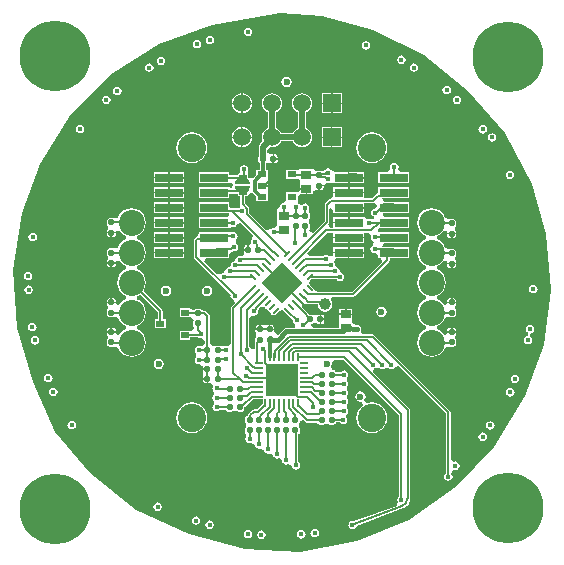
<source format=gtl>
G04*
G04 #@! TF.GenerationSoftware,Altium Limited,Altium Designer,20.0.9 (164)*
G04*
G04 Layer_Physical_Order=1*
G04 Layer_Color=255*
%FSLAX25Y25*%
%MOIN*%
G70*
G01*
G75*
%ADD12C,0.00787*%
G04:AMPARAMS|DCode=13|XSize=20.47mil|YSize=22.05mil|CornerRadius=5.12mil|HoleSize=0mil|Usage=FLASHONLY|Rotation=0.000|XOffset=0mil|YOffset=0mil|HoleType=Round|Shape=RoundedRectangle|*
%AMROUNDEDRECTD13*
21,1,0.02047,0.01181,0,0,0.0*
21,1,0.01024,0.02205,0,0,0.0*
1,1,0.01024,0.00512,-0.00591*
1,1,0.01024,-0.00512,-0.00591*
1,1,0.01024,-0.00512,0.00591*
1,1,0.01024,0.00512,0.00591*
%
%ADD13ROUNDEDRECTD13*%
G04:AMPARAMS|DCode=14|XSize=20.47mil|YSize=22.05mil|CornerRadius=5.12mil|HoleSize=0mil|Usage=FLASHONLY|Rotation=270.000|XOffset=0mil|YOffset=0mil|HoleType=Round|Shape=RoundedRectangle|*
%AMROUNDEDRECTD14*
21,1,0.02047,0.01181,0,0,270.0*
21,1,0.01024,0.02205,0,0,270.0*
1,1,0.01024,-0.00591,-0.00512*
1,1,0.01024,-0.00591,0.00512*
1,1,0.01024,0.00591,0.00512*
1,1,0.01024,0.00591,-0.00512*
%
%ADD14ROUNDEDRECTD14*%
%ADD15R,0.03150X0.02165*%
%ADD16R,0.03543X0.02835*%
%ADD17R,0.11024X0.11024*%
%ADD18R,0.02520X0.00866*%
%ADD19R,0.00866X0.02520*%
%ADD20R,0.02756X0.02165*%
%ADD21R,0.09449X0.02992*%
%ADD22R,0.03347X0.02756*%
%ADD23P,0.13919X4X180.0*%
G04:AMPARAMS|DCode=24|XSize=7.87mil|YSize=29.53mil|CornerRadius=0mil|HoleSize=0mil|Usage=FLASHONLY|Rotation=135.000|XOffset=0mil|YOffset=0mil|HoleType=Round|Shape=Round|*
%AMOVALD24*
21,1,0.02165,0.00787,0.00000,0.00000,225.0*
1,1,0.00787,0.00766,0.00766*
1,1,0.00787,-0.00766,-0.00766*
%
%ADD24OVALD24*%

G04:AMPARAMS|DCode=25|XSize=7.87mil|YSize=29.53mil|CornerRadius=0mil|HoleSize=0mil|Usage=FLASHONLY|Rotation=225.000|XOffset=0mil|YOffset=0mil|HoleType=Round|Shape=Round|*
%AMOVALD25*
21,1,0.02165,0.00787,0.00000,0.00000,315.0*
1,1,0.00787,-0.00766,0.00766*
1,1,0.00787,0.00766,-0.00766*
%
%ADD25OVALD25*%

%ADD26C,0.03937*%
%ADD27R,0.02500X0.02500*%
%ADD52C,0.01968*%
%ADD53C,0.01181*%
%ADD54C,0.01575*%
%ADD55C,0.00400*%
%ADD56C,0.05906*%
%ADD57R,0.05906X0.05906*%
%ADD58C,0.09449*%
%ADD59C,0.08661*%
%ADD60C,0.02362*%
%ADD61C,0.01772*%
%ADD62C,0.23622*%
%ADD63C,0.02756*%
%ADD64C,0.01968*%
%ADD65C,0.02598*%
G36*
X336614Y487795D02*
X353642Y483071D01*
X370669Y474606D01*
X385138Y462894D01*
X397539Y448819D01*
X406398Y431890D01*
X411221Y415059D01*
X412894Y396358D01*
X410532Y378051D01*
X404134Y361122D01*
X393996Y344094D01*
X381398Y331102D01*
X365354Y319882D01*
X348327Y312894D01*
X329232Y309252D01*
X310827Y310236D01*
X292028Y315059D01*
X274410Y323228D01*
X259055Y335531D01*
X247638Y349213D01*
X240059Y365846D01*
X234744Y383760D01*
X233661Y403150D01*
X236516Y422047D01*
X242421Y438583D01*
X252756Y455217D01*
X266929Y468898D01*
X282283Y478346D01*
X299803Y484842D01*
X322539Y488681D01*
X336614Y487795D01*
D02*
G37*
%LPC*%
G36*
X311910Y483893D02*
X311369Y483786D01*
X310910Y483479D01*
X310604Y483021D01*
X310496Y482480D01*
X310604Y481940D01*
X310910Y481481D01*
X311369Y481175D01*
X311910Y481067D01*
X312450Y481175D01*
X312909Y481481D01*
X313215Y481940D01*
X313322Y482480D01*
X313215Y483021D01*
X312909Y483479D01*
X312450Y483786D01*
X311910Y483893D01*
D02*
G37*
G36*
X299114Y481137D02*
X298573Y481030D01*
X298115Y480723D01*
X297809Y480265D01*
X297701Y479724D01*
X297809Y479184D01*
X298115Y478725D01*
X298573Y478419D01*
X299114Y478311D01*
X299655Y478419D01*
X300113Y478725D01*
X300420Y479184D01*
X300527Y479724D01*
X300420Y480265D01*
X300113Y480723D01*
X299655Y481030D01*
X299114Y481137D01*
D02*
G37*
G36*
X294882Y479759D02*
X294341Y479652D01*
X293883Y479346D01*
X293577Y478887D01*
X293469Y478346D01*
X293577Y477806D01*
X293883Y477347D01*
X294341Y477041D01*
X294882Y476933D01*
X295423Y477041D01*
X295881Y477347D01*
X296187Y477806D01*
X296295Y478346D01*
X296187Y478887D01*
X295881Y479346D01*
X295423Y479652D01*
X294882Y479759D01*
D02*
G37*
G36*
X351181Y479366D02*
X350640Y479258D01*
X350182Y478952D01*
X349876Y478493D01*
X349768Y477953D01*
X349876Y477412D01*
X350182Y476954D01*
X350640Y476647D01*
X351181Y476540D01*
X351722Y476647D01*
X352180Y476954D01*
X352486Y477412D01*
X352594Y477953D01*
X352486Y478493D01*
X352180Y478952D01*
X351722Y479258D01*
X351181Y479366D01*
D02*
G37*
G36*
X362992Y474641D02*
X362451Y474534D01*
X361993Y474228D01*
X361687Y473769D01*
X361579Y473228D01*
X361687Y472688D01*
X361993Y472229D01*
X362451Y471923D01*
X362992Y471815D01*
X363533Y471923D01*
X363991Y472229D01*
X364298Y472688D01*
X364405Y473228D01*
X364298Y473769D01*
X363991Y474228D01*
X363533Y474534D01*
X362992Y474641D01*
D02*
G37*
G36*
X282874Y474248D02*
X282333Y474140D01*
X281875Y473834D01*
X281569Y473375D01*
X281461Y472835D01*
X281569Y472294D01*
X281875Y471836D01*
X282333Y471529D01*
X282874Y471422D01*
X283415Y471529D01*
X283873Y471836D01*
X284179Y472294D01*
X284287Y472835D01*
X284179Y473375D01*
X283873Y473834D01*
X283415Y474140D01*
X282874Y474248D01*
D02*
G37*
G36*
X367126Y471984D02*
X366585Y471876D01*
X366127Y471570D01*
X365821Y471112D01*
X365713Y470571D01*
X365821Y470030D01*
X366127Y469572D01*
X366585Y469265D01*
X367126Y469158D01*
X367667Y469265D01*
X368125Y469572D01*
X368431Y470030D01*
X368539Y470571D01*
X368431Y471112D01*
X368125Y471570D01*
X367667Y471876D01*
X367126Y471984D01*
D02*
G37*
G36*
X278937D02*
X278396Y471876D01*
X277938Y471570D01*
X277632Y471112D01*
X277524Y470571D01*
X277632Y470030D01*
X277938Y469572D01*
X278396Y469265D01*
X278937Y469158D01*
X279478Y469265D01*
X279936Y469572D01*
X280242Y470030D01*
X280350Y470571D01*
X280242Y471112D01*
X279936Y471570D01*
X279478Y471876D01*
X278937Y471984D01*
D02*
G37*
G36*
X324705Y467462D02*
X324049Y467332D01*
X323493Y466960D01*
X323121Y466404D01*
X322991Y465748D01*
X323121Y465092D01*
X323493Y464536D01*
X324049Y464164D01*
X324705Y464034D01*
X325361Y464164D01*
X325917Y464536D01*
X326288Y465092D01*
X326419Y465748D01*
X326288Y466404D01*
X325917Y466960D01*
X325361Y467332D01*
X324705Y467462D01*
D02*
G37*
G36*
X378051Y464503D02*
X377510Y464396D01*
X377052Y464090D01*
X376746Y463631D01*
X376638Y463091D01*
X376746Y462550D01*
X377052Y462091D01*
X377510Y461785D01*
X378051Y461678D01*
X378592Y461785D01*
X379050Y462091D01*
X379357Y462550D01*
X379464Y463091D01*
X379357Y463631D01*
X379050Y464090D01*
X378592Y464396D01*
X378051Y464503D01*
D02*
G37*
G36*
X268307Y464208D02*
X267766Y464101D01*
X267308Y463794D01*
X267002Y463336D01*
X266894Y462795D01*
X267002Y462255D01*
X267308Y461796D01*
X267766Y461490D01*
X268307Y461382D01*
X268848Y461490D01*
X269306Y461796D01*
X269613Y462255D01*
X269720Y462795D01*
X269613Y463336D01*
X269306Y463794D01*
X268848Y464101D01*
X268307Y464208D01*
D02*
G37*
G36*
X343176Y462014D02*
X340023D01*
Y458861D01*
X343176D01*
Y462014D01*
D02*
G37*
G36*
X310023Y462017D02*
Y458861D01*
X313178D01*
X313089Y459537D01*
X312751Y460352D01*
X312214Y461053D01*
X311514Y461590D01*
X310698Y461928D01*
X310023Y462017D01*
D02*
G37*
G36*
X339623Y462014D02*
X336470D01*
Y458861D01*
X339623D01*
Y462014D01*
D02*
G37*
G36*
X309623Y462017D02*
X308948Y461928D01*
X308132Y461590D01*
X307432Y461053D01*
X306894Y460352D01*
X306556Y459537D01*
X306468Y458861D01*
X309623D01*
Y462017D01*
D02*
G37*
G36*
X381496Y461256D02*
X380955Y461148D01*
X380497Y460842D01*
X380191Y460383D01*
X380083Y459842D01*
X380191Y459302D01*
X380497Y458843D01*
X380955Y458537D01*
X381496Y458429D01*
X382037Y458537D01*
X382495Y458843D01*
X382802Y459302D01*
X382909Y459842D01*
X382802Y460383D01*
X382495Y460842D01*
X382037Y461148D01*
X381496Y461256D01*
D02*
G37*
G36*
X264665D02*
X264125Y461148D01*
X263666Y460842D01*
X263360Y460383D01*
X263252Y459842D01*
X263360Y459302D01*
X263666Y458843D01*
X264125Y458537D01*
X264665Y458429D01*
X265206Y458537D01*
X265665Y458843D01*
X265971Y459302D01*
X266078Y459842D01*
X265971Y460383D01*
X265665Y460842D01*
X265206Y461148D01*
X264665Y461256D01*
D02*
G37*
G36*
X343176Y458462D02*
X340023D01*
Y455309D01*
X343176D01*
Y458462D01*
D02*
G37*
G36*
X339623D02*
X336470D01*
Y455309D01*
X339623D01*
Y458462D01*
D02*
G37*
G36*
X313178D02*
X310023D01*
Y455306D01*
X310698Y455395D01*
X311514Y455733D01*
X312214Y456270D01*
X312751Y456971D01*
X313089Y457786D01*
X313178Y458462D01*
D02*
G37*
G36*
X309623D02*
X306468D01*
X306556Y457786D01*
X306894Y456971D01*
X307432Y456270D01*
X308132Y455733D01*
X308948Y455395D01*
X309623Y455306D01*
Y458462D01*
D02*
G37*
G36*
X329823Y462043D02*
X328948Y461928D01*
X328132Y461590D01*
X327432Y461053D01*
X326894Y460352D01*
X326556Y459537D01*
X326441Y458661D01*
X326556Y457786D01*
X326894Y456971D01*
X327432Y456270D01*
X328132Y455733D01*
X328392Y455625D01*
Y450395D01*
X328093Y450271D01*
X327392Y449734D01*
X326855Y449033D01*
X326739Y448754D01*
X322828D01*
X322712Y449033D01*
X322175Y449734D01*
X321474Y450271D01*
X321215Y450379D01*
Y455609D01*
X321514Y455733D01*
X322214Y456270D01*
X322751Y456971D01*
X323089Y457786D01*
X323204Y458661D01*
X323089Y459537D01*
X322751Y460352D01*
X322214Y461053D01*
X321514Y461590D01*
X320698Y461928D01*
X319823Y462043D01*
X318948Y461928D01*
X318132Y461590D01*
X317432Y461053D01*
X316894Y460352D01*
X316556Y459537D01*
X316441Y458661D01*
X316556Y457786D01*
X316894Y456971D01*
X317432Y456270D01*
X318132Y455733D01*
X318392Y455625D01*
Y450395D01*
X318093Y450271D01*
X317392Y449734D01*
X316855Y449033D01*
X316517Y448218D01*
X316402Y447342D01*
X316517Y446467D01*
X316667Y446104D01*
X315774Y445211D01*
X315468Y444753D01*
X315360Y444213D01*
Y440899D01*
X315330Y440748D01*
Y439567D01*
X315401Y439211D01*
X315602Y438910D01*
X315693Y438849D01*
Y436424D01*
X314659D01*
Y434887D01*
X313568Y433795D01*
X313090Y433611D01*
X312116Y433720D01*
X311887Y433949D01*
X311689Y435048D01*
X311854Y436161D01*
X311945Y436614D01*
X311837Y437155D01*
X311531Y437613D01*
X311072Y437920D01*
X310531Y438027D01*
X309991Y437920D01*
X309532Y437613D01*
X309226Y437155D01*
X309119Y436614D01*
X309195Y436229D01*
X309065Y435848D01*
X308491Y435048D01*
X308389D01*
Y434667D01*
X305636D01*
Y435754D01*
X295387D01*
Y431962D01*
X305636D01*
Y432128D01*
X305964Y432238D01*
X306533Y431945D01*
X306977Y431333D01*
X306659Y430563D01*
X305636Y430754D01*
Y430754D01*
X295387D01*
Y426962D01*
X305636D01*
Y428592D01*
X308389D01*
Y427748D01*
X309230D01*
Y424958D01*
X309230Y424958D01*
X309207Y424151D01*
X308745Y423735D01*
X308740Y423728D01*
X308608Y423608D01*
X306619D01*
X306619Y423608D01*
X305636Y424262D01*
Y425754D01*
X295387D01*
Y421962D01*
X301536D01*
X301614Y421947D01*
X301614Y421947D01*
X305483D01*
X305618Y421367D01*
X305247Y420754D01*
X295387D01*
Y416962D01*
X305636D01*
X305636Y416962D01*
X306817Y417525D01*
X307000Y417489D01*
X307541Y417596D01*
X307999Y417903D01*
X308280Y418323D01*
X308312Y418363D01*
X309564Y418710D01*
X313386Y414887D01*
X313412Y414805D01*
X313273Y413499D01*
X312966Y413041D01*
X312859Y412500D01*
X312865Y412467D01*
X312698Y412100D01*
X312141Y411464D01*
X312050Y411410D01*
Y409842D01*
X311850D01*
Y409643D01*
X310409D01*
Y409252D01*
X310480Y408896D01*
X310622Y408683D01*
X310599Y408584D01*
X309696Y407767D01*
X309156Y407875D01*
X308615Y407767D01*
X308156Y407461D01*
X307850Y407003D01*
X307442Y406023D01*
X306902Y405916D01*
X306443Y405609D01*
X306137Y405151D01*
X306029Y404610D01*
X305724Y404147D01*
X305183Y404039D01*
X305183D01*
X304724Y403733D01*
X304418Y403274D01*
X304000Y402315D01*
X303459Y402207D01*
X303001Y401901D01*
X302993Y401889D01*
X301761Y401629D01*
X301537Y401674D01*
X297340Y405871D01*
X297792Y406962D01*
X305636D01*
Y408183D01*
X306151Y409151D01*
X306461Y409213D01*
X306723Y409388D01*
X306739Y409404D01*
X307185Y409315D01*
X307726Y409423D01*
X308184Y409729D01*
X308490Y410188D01*
X308598Y410728D01*
X308490Y411269D01*
X308184Y411728D01*
X307838Y411959D01*
X307750Y412275D01*
X307740Y412381D01*
X307774Y413228D01*
X307987Y413371D01*
X308294Y413829D01*
X308401Y414370D01*
X308294Y414911D01*
X307987Y415369D01*
X307529Y415675D01*
X306988Y415783D01*
X306817Y415749D01*
X305636Y415754D01*
X305636Y415754D01*
X295387D01*
Y415484D01*
X295048Y414398D01*
X294738Y414337D01*
X294476Y414161D01*
X294476Y414161D01*
X294014Y413700D01*
X293839Y413437D01*
X293777Y413128D01*
X293777Y413128D01*
Y407480D01*
X293777Y407480D01*
X293839Y407171D01*
X294014Y406908D01*
X294341Y406581D01*
X294422Y406461D01*
X294886Y405996D01*
X294886Y405996D01*
X295006Y405916D01*
X306030Y394893D01*
X305969Y394587D01*
X306077Y394046D01*
X306383Y393587D01*
X306841Y393281D01*
X307014Y393247D01*
X307462Y392237D01*
X307479Y392042D01*
X306428Y390990D01*
X306252Y390728D01*
X306191Y390418D01*
X306191Y390418D01*
Y378347D01*
X305082Y377691D01*
X305010Y377695D01*
X304528Y377791D01*
X303987Y377683D01*
X302902Y377626D01*
X302600Y377827D01*
X302244Y377898D01*
X301220D01*
X300865Y377827D01*
X300692Y377712D01*
X300458Y377626D01*
X300170D01*
X299077Y378614D01*
Y387795D01*
X299077Y387795D01*
X299015Y388105D01*
X298840Y388368D01*
X298840Y388368D01*
X297895Y389312D01*
X297633Y389488D01*
X297323Y389549D01*
X296528Y389608D01*
X296327Y389909D01*
X296025Y390111D01*
X295669Y390182D01*
X294488D01*
X294132Y390111D01*
X293831Y389909D01*
X293806Y389872D01*
X292624Y390124D01*
Y390361D01*
X289069D01*
Y387395D01*
X292624D01*
Y387395D01*
X292650Y387400D01*
X293632Y386693D01*
X293777Y386403D01*
X293745Y386316D01*
X293629Y386143D01*
X293559Y385787D01*
Y384764D01*
X293629Y384408D01*
X293831Y384106D01*
X293881Y384073D01*
X293893Y383895D01*
X292777Y382859D01*
X292624Y382880D01*
Y382880D01*
X289069D01*
Y379915D01*
X292624D01*
Y380736D01*
X295134D01*
X295162Y380694D01*
X295621Y380387D01*
X296161Y380280D01*
X296277Y380303D01*
X297278Y379691D01*
X297459Y379472D01*
Y378521D01*
X296457Y377663D01*
X296112Y377683D01*
X295571Y377791D01*
X295030Y377683D01*
X294572Y377377D01*
X294266Y376919D01*
X294158Y376378D01*
X294266Y375837D01*
X294534Y375436D01*
X294568Y375340D01*
X294460Y374074D01*
X294458Y374073D01*
X294152Y373614D01*
X294044Y373074D01*
X294152Y372533D01*
X294458Y372074D01*
X294917Y371768D01*
X295457Y371660D01*
X295969Y371762D01*
X296213Y371591D01*
X296649Y371230D01*
X296879Y370936D01*
X296826Y370669D01*
Y370279D01*
X298268D01*
Y369879D01*
X296826D01*
Y369488D01*
X296897Y369132D01*
X296944Y368504D01*
X296897Y367876D01*
X296826Y367520D01*
Y367129D01*
X298268D01*
Y366929D01*
X298468D01*
Y365409D01*
X298780D01*
X299135Y365480D01*
X299888Y364944D01*
X300167Y364328D01*
X300048Y364149D01*
X299941Y363609D01*
X300048Y363068D01*
X300266Y362742D01*
X300355Y362579D01*
Y361462D01*
X300266Y361299D01*
X300048Y360974D01*
X299941Y360433D01*
X300048Y359892D01*
X300192Y359676D01*
X300355Y359418D01*
Y358397D01*
X300192Y358138D01*
X300048Y357923D01*
X299941Y357382D01*
X300048Y356841D01*
X300355Y356383D01*
X300813Y356077D01*
X301354Y355969D01*
X301894Y356077D01*
X302353Y356383D01*
X302480Y356573D01*
X304350D01*
X304377Y356435D01*
X304579Y356134D01*
X304880Y355932D01*
X305236Y355862D01*
X306260D01*
X306616Y355932D01*
X306788Y356048D01*
X307022Y356134D01*
X307938Y356134D01*
X308172Y356048D01*
X308345Y355932D01*
X308701Y355862D01*
X309724D01*
X310080Y355932D01*
X310382Y356134D01*
X310583Y356435D01*
X310654Y356791D01*
Y357406D01*
X310742Y357465D01*
X313357Y360081D01*
X315421D01*
X315480Y360092D01*
X316687D01*
Y358343D01*
X314993Y356649D01*
X313714D01*
X313404Y356587D01*
X313141Y356412D01*
X312082Y355352D01*
X311906Y355089D01*
X311844Y354780D01*
X311455Y354481D01*
X311154Y354279D01*
X310952Y353978D01*
X310881Y353622D01*
Y352598D01*
X310952Y352243D01*
X311068Y352070D01*
X311154Y351836D01*
X311154Y350920D01*
X311068Y350686D01*
X310952Y350513D01*
X310881Y350157D01*
Y349134D01*
X310952Y348778D01*
X311154Y348477D01*
X311096Y347293D01*
X310989Y346752D01*
X311096Y346211D01*
X311402Y345753D01*
X311861Y345446D01*
X312402Y345339D01*
X312942Y345446D01*
X313419Y345244D01*
X314076Y344799D01*
X314147Y344440D01*
X314454Y343981D01*
X314912Y343675D01*
X315453Y343567D01*
X315993Y343675D01*
X316297Y343573D01*
X317142Y343050D01*
X317198Y342766D01*
X317505Y342308D01*
X317963Y342002D01*
X318504Y341894D01*
X319045Y342002D01*
X319348Y341900D01*
X320193Y341377D01*
X320250Y341093D01*
X320556Y340635D01*
X321014Y340328D01*
X321555Y340221D01*
X322096Y340328D01*
X322125Y340348D01*
X323193Y339665D01*
X323301Y339125D01*
X323607Y338666D01*
X324066Y338360D01*
X324606Y338252D01*
X325147Y338360D01*
X325335Y338486D01*
X326258Y338074D01*
X326330Y338031D01*
X326455Y337922D01*
X326549Y337451D01*
X326855Y336993D01*
X327314Y336687D01*
X327854Y336579D01*
X328395Y336687D01*
X328854Y336993D01*
X329160Y337451D01*
X329267Y337992D01*
X329160Y338533D01*
X328854Y338991D01*
X328565Y339184D01*
Y348267D01*
X328604Y348275D01*
X328905Y348477D01*
X329107Y348778D01*
X329178Y349134D01*
Y350157D01*
X329107Y350513D01*
X328991Y350686D01*
X328905Y350920D01*
X328905Y351836D01*
X328991Y352070D01*
X329107Y352243D01*
X329178Y352598D01*
X330359Y353083D01*
X330963Y352479D01*
X330963Y352479D01*
X331225Y352304D01*
X331535Y352242D01*
X334960D01*
X334988Y352105D01*
X335189Y351803D01*
X335491Y351602D01*
X335846Y351531D01*
X336870D01*
X337226Y351602D01*
X337399Y351717D01*
X337632Y351803D01*
X338549D01*
X338782Y351717D01*
X338955Y351602D01*
X339311Y351531D01*
X340335D01*
X340690Y351602D01*
X340992Y351803D01*
X341194Y352105D01*
X341228Y352279D01*
X342449D01*
X342576Y352089D01*
X343035Y351783D01*
X343575Y351675D01*
X344116Y351783D01*
X344574Y352089D01*
X344881Y352547D01*
X344988Y353088D01*
X344881Y353629D01*
X344757Y353814D01*
X344611Y354106D01*
X344650Y354505D01*
X344783Y355241D01*
X345017Y355591D01*
X345124Y356132D01*
X345017Y356673D01*
X344855Y356915D01*
X344715Y357178D01*
X344718Y357228D01*
X344801Y358261D01*
X344907Y358420D01*
X345085Y358686D01*
X345190Y359214D01*
X345192Y359227D01*
X345192Y359227D01*
X345085Y359768D01*
X344861Y360727D01*
X345105Y361664D01*
X345212Y362205D01*
X345212Y362205D01*
X345209Y362219D01*
X345105Y362745D01*
X344949Y362979D01*
X344803Y363256D01*
X344897Y364257D01*
X345203Y364715D01*
X345311Y365256D01*
X345203Y365797D01*
X344897Y366255D01*
Y367210D01*
X345203Y367668D01*
X345311Y368209D01*
X345203Y368749D01*
X344897Y369208D01*
X344438Y369514D01*
X343898Y369622D01*
X343357Y369514D01*
X342899Y369208D01*
X342772Y369018D01*
X341221D01*
X341194Y369155D01*
X340992Y369457D01*
X340690Y369658D01*
X340335Y369729D01*
X340007D01*
X339819Y369972D01*
X339484Y370910D01*
X339674Y371195D01*
X339805Y371850D01*
X339770Y372025D01*
X340424Y373058D01*
X340627Y373206D01*
X343661D01*
X362183Y354684D01*
Y327701D01*
X361993Y327574D01*
X361687Y327116D01*
X361579Y326575D01*
X361687Y326034D01*
X361727Y325974D01*
X361502Y324795D01*
X361363Y324576D01*
X347250Y319280D01*
X347194Y319317D01*
X346654Y319425D01*
X346113Y319317D01*
X345654Y319011D01*
X345348Y318552D01*
X345241Y318012D01*
X345348Y317471D01*
X345654Y317013D01*
X346113Y316706D01*
X346654Y316599D01*
X347194Y316706D01*
X347653Y317013D01*
X347959Y317471D01*
X348033Y317845D01*
X363404Y323613D01*
X363472Y323655D01*
X363984Y323867D01*
X364772Y324472D01*
X365376Y325259D01*
X365703Y326048D01*
X365756Y326176D01*
X365885Y327160D01*
X365885D01*
X365868Y327166D01*
Y356398D01*
X365868Y356398D01*
X365807Y356707D01*
X365631Y356970D01*
X353603Y368998D01*
X353986Y370249D01*
X354007Y370264D01*
X354299Y370459D01*
X354463Y370556D01*
X355527D01*
X355692Y370459D01*
X356005Y370250D01*
X356545Y370142D01*
X357086Y370250D01*
X357399Y370459D01*
X357564Y370556D01*
X358627D01*
X358792Y370459D01*
X359105Y370250D01*
X359646Y370142D01*
X360186Y370250D01*
X360645Y370556D01*
X360739Y370698D01*
X361825Y370976D01*
X362145Y370963D01*
X377833Y355275D01*
Y335378D01*
X377643Y335251D01*
X377336Y334793D01*
X377229Y334252D01*
X377336Y333711D01*
X377643Y333253D01*
X378101Y332946D01*
X378642Y332839D01*
X379183Y332946D01*
X379641Y333253D01*
X379947Y333711D01*
X380055Y334252D01*
X379947Y334793D01*
X379641Y335251D01*
X380131Y336344D01*
X380163Y336368D01*
X380632Y336555D01*
X381004Y336481D01*
X381545Y336588D01*
X382003Y336895D01*
X382309Y337353D01*
X382417Y337894D01*
X382309Y338434D01*
X382003Y338893D01*
X381545Y339199D01*
X381004Y339307D01*
X380632Y339233D01*
X380163Y339420D01*
X379451Y339943D01*
Y355610D01*
X379451Y355610D01*
X379389Y355920D01*
X379214Y356183D01*
X354005Y381391D01*
X353743Y381567D01*
X353433Y381628D01*
X353433Y381628D01*
X349980D01*
X349904Y381713D01*
X349457Y382809D01*
X349534Y382924D01*
X349641Y383465D01*
X349534Y384005D01*
X349227Y384464D01*
X348769Y384770D01*
X348228Y384877D01*
X347841Y384801D01*
X347148Y385033D01*
X346660Y385270D01*
X346660Y385479D01*
Y386568D01*
X346660Y386660D01*
Y388186D01*
X344488D01*
X342317D01*
Y386660D01*
X342317Y386568D01*
Y385479D01*
X342317Y385387D01*
Y383849D01*
X333792D01*
X332973Y384665D01*
X332874Y385030D01*
X332994Y385205D01*
X333289Y385263D01*
X333462Y385379D01*
X333695Y385465D01*
X334612D01*
X334845Y385379D01*
X335018Y385263D01*
X335374Y385192D01*
X335686D01*
Y386713D01*
Y388233D01*
X335374D01*
X335018Y388162D01*
X334845Y388047D01*
X334612Y387961D01*
X333695D01*
X333462Y388047D01*
X333289Y388162D01*
X332933Y388233D01*
X332356D01*
X331357Y389231D01*
X331356Y389232D01*
X329977Y390610D01*
X329937Y390809D01*
X330194Y391903D01*
X331138Y391988D01*
X331315Y391947D01*
X331578Y391772D01*
X331887Y391710D01*
X335022D01*
X335085Y391634D01*
X335269Y390710D01*
X335792Y389926D01*
X336576Y389403D01*
X337500Y389219D01*
X338424Y389403D01*
X339208Y389926D01*
X339731Y390710D01*
X339915Y391634D01*
X339731Y392558D01*
X339416Y393029D01*
X339813Y394061D01*
X339939Y394211D01*
X346988D01*
X346988Y394211D01*
X347298Y394272D01*
X347561Y394448D01*
X358809Y405696D01*
X358809Y405696D01*
X358984Y405959D01*
X359046Y406268D01*
Y406962D01*
X365577D01*
Y410754D01*
X359429D01*
X359350Y410770D01*
X359350Y410770D01*
X356525D01*
X356517Y410781D01*
X357130Y411962D01*
X365577D01*
Y415754D01*
X355475D01*
X355135Y416174D01*
X355091Y416270D01*
X355629Y416962D01*
X365577D01*
Y420754D01*
X357560D01*
X357001Y421387D01*
X356881Y421935D01*
X356909Y421962D01*
X365577D01*
Y425754D01*
X357224D01*
X356593Y426935D01*
X356611Y426962D01*
X365577D01*
Y430754D01*
X355328D01*
Y429827D01*
X355129Y428675D01*
X354820Y428613D01*
X354557Y428438D01*
X353077Y426957D01*
X351756D01*
X350577Y426962D01*
X350577Y428138D01*
Y428658D01*
X340328D01*
X340328Y427585D01*
X339435Y426957D01*
X339126Y426896D01*
X338863Y426720D01*
X337617Y425474D01*
X337441Y425211D01*
X337380Y424902D01*
X337380Y424901D01*
Y419437D01*
X333348Y415405D01*
X332328Y415993D01*
X332224Y416594D01*
X332355Y416790D01*
X332426Y417146D01*
Y418169D01*
X332355Y418525D01*
X332239Y418698D01*
X332153Y418932D01*
Y419848D01*
X332239Y420082D01*
X332355Y420255D01*
X332426Y420610D01*
Y421634D01*
X332355Y421990D01*
X332153Y422291D01*
X332211Y423377D01*
X332318Y423917D01*
X332211Y424458D01*
X331905Y424916D01*
X331446Y425223D01*
X330906Y425330D01*
X330365Y425223D01*
X330063Y425021D01*
X329868Y424930D01*
X328748Y425104D01*
X328622Y425477D01*
X328451Y426067D01*
X328451Y426495D01*
Y427400D01*
X329128Y428301D01*
X329446Y428301D01*
X331099D01*
Y429918D01*
X329128D01*
Y429844D01*
X328451Y428943D01*
X328133Y428943D01*
X324502D01*
X324502Y426473D01*
X323907Y425677D01*
X323484Y425470D01*
X323180Y425321D01*
X322721Y425015D01*
X322415Y424556D01*
X322307Y424016D01*
X321647Y422939D01*
X321647D01*
Y419396D01*
X321647Y419383D01*
Y418215D01*
X321647Y418202D01*
Y418138D01*
X321537Y417968D01*
X320472Y417259D01*
X319932Y417152D01*
X319473Y416846D01*
X319379Y416704D01*
X318293Y416425D01*
X317973Y416439D01*
X312333Y422079D01*
Y423473D01*
X312333Y423473D01*
X312271Y423783D01*
X312096Y424046D01*
X312096Y424046D01*
X310849Y425293D01*
Y427748D01*
X311689D01*
Y428040D01*
X312783Y428903D01*
X313338Y428822D01*
X313377Y428795D01*
X313409Y428765D01*
X314659Y427515D01*
Y425978D01*
X318609D01*
Y428537D01*
X318609Y428943D01*
X318609D01*
X318609Y429718D01*
X318609D01*
Y431001D01*
X316634D01*
Y431401D01*
X318609D01*
Y432683D01*
X318609D01*
X318609Y433458D01*
X318609D01*
X318609Y433864D01*
Y436424D01*
X317713D01*
Y438757D01*
X317812Y438824D01*
X317845Y438835D01*
X318709Y438910D01*
X318962D01*
X319196Y438824D01*
X319369Y438708D01*
X319724Y438637D01*
X320036D01*
Y440158D01*
Y441678D01*
X319724D01*
X319369Y441607D01*
X319364Y441604D01*
X318366Y441978D01*
X318183Y442127D01*
Y443143D01*
X318369Y443383D01*
X319194Y444038D01*
X319783Y443961D01*
X320659Y444076D01*
X321474Y444414D01*
X322175Y444951D01*
X322712Y445652D01*
X322828Y445931D01*
X326739D01*
X326855Y445652D01*
X327392Y444951D01*
X328093Y444414D01*
X328908Y444076D01*
X329784Y443961D01*
X330659Y444076D01*
X331474Y444414D01*
X332175Y444951D01*
X332712Y445652D01*
X333050Y446467D01*
X333165Y447342D01*
X333050Y448218D01*
X332712Y449033D01*
X332175Y449734D01*
X331474Y450271D01*
X331214Y450379D01*
Y455609D01*
X331514Y455733D01*
X332214Y456270D01*
X332751Y456971D01*
X333089Y457786D01*
X333205Y458661D01*
X333089Y459537D01*
X332751Y460352D01*
X332214Y461053D01*
X331514Y461590D01*
X330698Y461928D01*
X329823Y462043D01*
D02*
G37*
G36*
X255906Y451511D02*
X255365Y451404D01*
X254906Y451097D01*
X254600Y450639D01*
X254492Y450098D01*
X254600Y449558D01*
X254906Y449099D01*
X255365Y448793D01*
X255906Y448686D01*
X256446Y448793D01*
X256905Y449099D01*
X257211Y449558D01*
X257318Y450098D01*
X257211Y450639D01*
X256905Y451097D01*
X256446Y451404D01*
X255906Y451511D01*
D02*
G37*
G36*
X390059Y451413D02*
X389518Y451305D01*
X389060Y450999D01*
X388754Y450541D01*
X388646Y450000D01*
X388754Y449459D01*
X389060Y449001D01*
X389518Y448695D01*
X390059Y448587D01*
X390600Y448695D01*
X391058Y449001D01*
X391365Y449459D01*
X391472Y450000D01*
X391365Y450541D01*
X391058Y450999D01*
X390600Y451305D01*
X390059Y451413D01*
D02*
G37*
G36*
X343136Y450695D02*
X339984D01*
Y447542D01*
X343136D01*
Y450695D01*
D02*
G37*
G36*
X309983Y450698D02*
Y447542D01*
X313139D01*
X313050Y448218D01*
X312712Y449033D01*
X312175Y449734D01*
X311474Y450271D01*
X310659Y450609D01*
X309983Y450698D01*
D02*
G37*
G36*
X339583Y450695D02*
X336431D01*
Y447542D01*
X339583D01*
Y450695D01*
D02*
G37*
G36*
X309583Y450698D02*
X308908Y450609D01*
X308093Y450271D01*
X307392Y449734D01*
X306855Y449033D01*
X306517Y448218D01*
X306428Y447542D01*
X309583D01*
Y450698D01*
D02*
G37*
G36*
X393237Y448681D02*
X392697Y448573D01*
X392238Y448267D01*
X391932Y447809D01*
X391824Y447268D01*
X391932Y446727D01*
X392238Y446269D01*
X392697Y445963D01*
X393237Y445855D01*
X393778Y445963D01*
X394236Y446269D01*
X394543Y446727D01*
X394650Y447268D01*
X394543Y447809D01*
X394236Y448267D01*
X393778Y448573D01*
X393237Y448681D01*
D02*
G37*
G36*
X343136Y447143D02*
X339984D01*
Y443990D01*
X343136D01*
Y447143D01*
D02*
G37*
G36*
X339583D02*
X336431D01*
Y443990D01*
X339583D01*
Y447143D01*
D02*
G37*
G36*
X313139D02*
X309983D01*
Y443987D01*
X310659Y444076D01*
X311474Y444414D01*
X312175Y444951D01*
X312712Y445652D01*
X313050Y446467D01*
X313139Y447143D01*
D02*
G37*
G36*
X309583D02*
X306428D01*
X306517Y446467D01*
X306855Y445652D01*
X307392Y444951D01*
X308093Y444414D01*
X308908Y444076D01*
X309583Y443987D01*
Y447143D01*
D02*
G37*
G36*
X320748Y441678D02*
X320436D01*
Y440357D01*
X321678D01*
Y440748D01*
X321607Y441104D01*
X321405Y441405D01*
X321104Y441607D01*
X320748Y441678D01*
D02*
G37*
G36*
X353031Y449086D02*
X351694Y448910D01*
X350447Y448393D01*
X349377Y447572D01*
X348555Y446502D01*
X348039Y445255D01*
X347863Y443917D01*
X348039Y442580D01*
X348555Y441333D01*
X349377Y440263D01*
X350447Y439441D01*
X351694Y438925D01*
X353031Y438749D01*
X354369Y438925D01*
X355616Y439441D01*
X356686Y440263D01*
X357508Y441333D01*
X358024Y442580D01*
X358200Y443917D01*
X358024Y445255D01*
X357508Y446502D01*
X356686Y447572D01*
X355616Y448393D01*
X354369Y448910D01*
X353031Y449086D01*
D02*
G37*
G36*
X293032D02*
X291694Y448910D01*
X290447Y448393D01*
X289377Y447572D01*
X288555Y446502D01*
X288039Y445255D01*
X287863Y443917D01*
X288039Y442580D01*
X288555Y441333D01*
X289377Y440263D01*
X290447Y439441D01*
X291694Y438925D01*
X293032Y438749D01*
X294369Y438925D01*
X295616Y439441D01*
X296686Y440263D01*
X297508Y441333D01*
X298024Y442580D01*
X298200Y443917D01*
X298024Y445255D01*
X297508Y446502D01*
X296686Y447572D01*
X295616Y448393D01*
X294369Y448910D01*
X293032Y449086D01*
D02*
G37*
G36*
X321678Y439958D02*
X320436D01*
Y438637D01*
X320748D01*
X321104Y438708D01*
X321405Y438910D01*
X321607Y439211D01*
X321678Y439567D01*
Y439958D01*
D02*
G37*
G36*
X338484Y436944D02*
X337944Y436837D01*
X337485Y436531D01*
X337316Y436278D01*
X337056Y436104D01*
X337023Y436071D01*
X336485D01*
X336478Y436075D01*
X336122Y436146D01*
X334941D01*
X334652Y436089D01*
X334561Y436087D01*
X333518Y436598D01*
X333471Y436643D01*
Y436660D01*
X329534D01*
X329128Y436660D01*
Y436660D01*
X328451Y436424D01*
X328451Y436424D01*
X324502D01*
Y433458D01*
X328451D01*
X329128Y433025D01*
Y431935D01*
X329128Y431844D01*
Y430318D01*
X331299D01*
Y430118D01*
X331499D01*
Y428301D01*
X333471D01*
Y429302D01*
X333518Y429346D01*
X334561Y429858D01*
X334652Y429856D01*
X334941Y429799D01*
X335332D01*
Y431240D01*
X335531D01*
Y431440D01*
X337166D01*
X337484Y431735D01*
X337917Y432026D01*
X338184Y432111D01*
X338484Y432052D01*
X339025Y432159D01*
X339147Y432241D01*
X340328Y431962D01*
X340568Y431962D01*
X345253D01*
Y433858D01*
Y435754D01*
X340890D01*
X340071Y435991D01*
X339483Y436531D01*
X339025Y436837D01*
X338484Y436944D01*
D02*
G37*
G36*
X345653Y435754D02*
Y434058D01*
X350577D01*
Y435754D01*
X345653D01*
D02*
G37*
G36*
X290636D02*
X285712D01*
Y434058D01*
X290636D01*
Y435754D01*
D02*
G37*
G36*
X285312D02*
X280387D01*
Y434058D01*
X285312D01*
Y435754D01*
D02*
G37*
G36*
X399114Y436256D02*
X398573Y436148D01*
X398115Y435842D01*
X397809Y435383D01*
X397701Y434842D01*
X397809Y434302D01*
X398115Y433843D01*
X398573Y433537D01*
X399114Y433429D01*
X399655Y433537D01*
X400113Y433843D01*
X400420Y434302D01*
X400527Y434842D01*
X400420Y435383D01*
X400113Y435842D01*
X399655Y436148D01*
X399114Y436256D01*
D02*
G37*
G36*
X360630Y438814D02*
X360089Y438707D01*
X359631Y438401D01*
X359325Y437942D01*
X359217Y437402D01*
X359310Y436935D01*
X359308Y436835D01*
X358643Y435754D01*
X355328D01*
Y431962D01*
X365577D01*
Y435754D01*
X362616D01*
X361951Y436835D01*
X361950Y436935D01*
X362043Y437402D01*
X361935Y437942D01*
X361629Y438401D01*
X361171Y438707D01*
X360630Y438814D01*
D02*
G37*
G36*
X350577Y433658D02*
X345653D01*
Y431962D01*
X350577D01*
Y433658D01*
D02*
G37*
G36*
X290636D02*
X285712D01*
Y431962D01*
X290636D01*
Y433658D01*
D02*
G37*
G36*
X285312D02*
X280387D01*
Y431962D01*
X285312D01*
Y433658D01*
D02*
G37*
G36*
X337052Y431040D02*
X335732D01*
Y429799D01*
X336122D01*
X336478Y429869D01*
X336779Y430071D01*
X336981Y430373D01*
X337052Y430728D01*
Y431040D01*
D02*
G37*
G36*
X350577Y430754D02*
X345653D01*
Y429058D01*
X350577D01*
Y430754D01*
D02*
G37*
G36*
X345253D02*
X340328D01*
Y429058D01*
X345253D01*
Y430754D01*
D02*
G37*
G36*
X290636D02*
X285712D01*
Y429058D01*
X290636D01*
Y430754D01*
D02*
G37*
G36*
X285312D02*
X280387D01*
Y429058D01*
X285312D01*
Y430754D01*
D02*
G37*
G36*
X290636Y428658D02*
X285712D01*
Y426962D01*
X290636D01*
Y428658D01*
D02*
G37*
G36*
X285312D02*
X280387D01*
Y426962D01*
X285312D01*
Y428658D01*
D02*
G37*
G36*
X290636Y425754D02*
X285712D01*
Y424058D01*
X290636D01*
Y425754D01*
D02*
G37*
G36*
X285312D02*
X280387D01*
Y424058D01*
X285312D01*
Y425754D01*
D02*
G37*
G36*
X290636Y423658D02*
X285712D01*
Y421962D01*
X290636D01*
Y423658D01*
D02*
G37*
G36*
X285312D02*
X280387D01*
Y421962D01*
X285312D01*
Y423658D01*
D02*
G37*
G36*
X273031Y423689D02*
X271796Y423526D01*
X270646Y423050D01*
X269657Y422291D01*
X268899Y421303D01*
X268639Y420676D01*
X268338Y420519D01*
X267397Y420311D01*
X267266Y420331D01*
X266929Y420398D01*
X265748D01*
X265392Y420327D01*
X265091Y420126D01*
X264889Y419824D01*
X264818Y419468D01*
Y418445D01*
X264889Y418089D01*
X265005Y417916D01*
X265091Y417682D01*
X265091Y416766D01*
X265005Y416533D01*
X264889Y416360D01*
X264818Y416004D01*
Y415692D01*
X266338D01*
X267859D01*
Y416004D01*
X267853Y416035D01*
X268899Y416532D01*
X269657Y415543D01*
X270646Y414785D01*
X271197Y414557D01*
Y413278D01*
X270646Y413050D01*
X269657Y412291D01*
X268899Y411303D01*
X268629Y410652D01*
X268336Y410493D01*
X267410Y410276D01*
X267250Y410295D01*
X266929Y410359D01*
X265748D01*
X265392Y410288D01*
X265091Y410086D01*
X264889Y409785D01*
X264818Y409429D01*
Y408405D01*
X264889Y408050D01*
X265005Y407877D01*
X265091Y407643D01*
Y406727D01*
X265005Y406493D01*
X264889Y406320D01*
X264818Y405965D01*
Y405653D01*
X266339D01*
X267859D01*
Y405965D01*
X267843Y406045D01*
X268899Y406532D01*
X269657Y405543D01*
X270646Y404785D01*
X271197Y404557D01*
Y403278D01*
X270646Y403050D01*
X269657Y402291D01*
X268899Y401303D01*
X268423Y400152D01*
X268260Y398917D01*
X268423Y397682D01*
X268899Y396532D01*
X269657Y395543D01*
X270646Y394785D01*
X271197Y394556D01*
Y393278D01*
X270646Y393050D01*
X269657Y392291D01*
X268899Y391303D01*
X267843Y391790D01*
X267859Y391870D01*
Y392182D01*
X266339D01*
X264818D01*
Y391870D01*
X264889Y391514D01*
X265005Y391341D01*
X265091Y391108D01*
Y390192D01*
X265005Y389958D01*
X264889Y389785D01*
X264818Y389429D01*
Y388405D01*
X264889Y388050D01*
X265091Y387748D01*
X265392Y387547D01*
X265748Y387476D01*
X266929D01*
X267250Y387540D01*
X267410Y387559D01*
X268336Y387342D01*
X268629Y387183D01*
X268899Y386532D01*
X269657Y385543D01*
X270646Y384785D01*
X271197Y384557D01*
Y383278D01*
X270646Y383050D01*
X269657Y382291D01*
X268899Y381303D01*
X267828Y381775D01*
X267859Y381929D01*
Y382241D01*
X266339D01*
X264818D01*
Y381929D01*
X264889Y381573D01*
X265005Y381400D01*
X265091Y381167D01*
X265091Y380251D01*
X265005Y380017D01*
X264889Y379844D01*
X264818Y379488D01*
Y378465D01*
X264889Y378109D01*
X265091Y377807D01*
X265392Y377606D01*
X265748Y377535D01*
X266929D01*
X267243Y377597D01*
X267419Y377614D01*
X268332Y377381D01*
X268614Y377220D01*
X268899Y376532D01*
X269657Y375543D01*
X270646Y374785D01*
X271796Y374308D01*
X273031Y374146D01*
X274267Y374308D01*
X275417Y374785D01*
X276406Y375543D01*
X277164Y376532D01*
X277640Y377682D01*
X277803Y378917D01*
X277640Y380152D01*
X277164Y381303D01*
X276406Y382291D01*
X275417Y383050D01*
X274866Y383278D01*
Y384557D01*
X275417Y384785D01*
X276406Y385543D01*
X277164Y386532D01*
X277640Y387682D01*
X277803Y388917D01*
X277640Y390152D01*
X277164Y391303D01*
X276406Y392291D01*
X275417Y393050D01*
X274914Y393258D01*
X274903Y394369D01*
X275904Y394900D01*
X281769Y389035D01*
Y386620D01*
X280801D01*
Y383655D01*
X284357D01*
Y386620D01*
X283388D01*
Y389370D01*
X283388Y389370D01*
X283326Y389680D01*
X283151Y389942D01*
X283151Y389942D01*
X276902Y396191D01*
X277164Y396532D01*
X277640Y397682D01*
X277803Y398917D01*
X277640Y400152D01*
X277164Y401303D01*
X276406Y402291D01*
X275417Y403050D01*
X274866Y403278D01*
Y404557D01*
X275417Y404785D01*
X276406Y405543D01*
X277164Y406532D01*
X277640Y407682D01*
X277803Y408917D01*
X277640Y410152D01*
X277164Y411303D01*
X276406Y412291D01*
X275417Y413050D01*
X274866Y413278D01*
Y414557D01*
X275417Y414785D01*
X276406Y415543D01*
X277164Y416532D01*
X277640Y417682D01*
X277803Y418917D01*
X277640Y420152D01*
X277164Y421303D01*
X276406Y422291D01*
X275417Y423050D01*
X274267Y423526D01*
X273031Y423689D01*
D02*
G37*
G36*
X290636Y420754D02*
X285712D01*
Y419058D01*
X290636D01*
Y420754D01*
D02*
G37*
G36*
X285312D02*
X280387D01*
Y419058D01*
X285312D01*
Y420754D01*
D02*
G37*
G36*
X290636Y418658D02*
X285712D01*
Y416962D01*
X290636D01*
Y418658D01*
D02*
G37*
G36*
X285312D02*
X280387D01*
Y416962D01*
X285312D01*
Y418658D01*
D02*
G37*
G36*
X373031Y423689D02*
X371796Y423526D01*
X370646Y423050D01*
X369657Y422291D01*
X368899Y421303D01*
X368423Y420152D01*
X368260Y418917D01*
X368423Y417682D01*
X368899Y416532D01*
X369657Y415543D01*
X370646Y414785D01*
X371197Y414557D01*
Y413278D01*
X370646Y413050D01*
X369657Y412291D01*
X368899Y411303D01*
X368423Y410152D01*
X368260Y408917D01*
X368423Y407682D01*
X368899Y406532D01*
X369657Y405543D01*
X370646Y404785D01*
X371197Y404557D01*
Y403278D01*
X370646Y403050D01*
X369657Y402291D01*
X368899Y401303D01*
X368423Y400152D01*
X368260Y398917D01*
X368423Y397682D01*
X368899Y396532D01*
X369657Y395543D01*
X370646Y394785D01*
X371197Y394556D01*
Y393278D01*
X370646Y393050D01*
X369657Y392291D01*
X368899Y391303D01*
X368423Y390152D01*
X368260Y388917D01*
X368423Y387682D01*
X368899Y386532D01*
X369657Y385543D01*
X370646Y384785D01*
X371197Y384557D01*
Y383278D01*
X370646Y383050D01*
X369657Y382291D01*
X368899Y381303D01*
X368423Y380152D01*
X368260Y378917D01*
X368423Y377682D01*
X368899Y376532D01*
X369657Y375543D01*
X370646Y374785D01*
X371796Y374308D01*
X373031Y374146D01*
X374267Y374308D01*
X375417Y374785D01*
X376406Y375543D01*
X377164Y376532D01*
X377449Y377220D01*
X377731Y377381D01*
X378644Y377614D01*
X378820Y377597D01*
X379134Y377535D01*
X380315D01*
X380671Y377606D01*
X380972Y377807D01*
X381174Y378109D01*
X381245Y378465D01*
Y379488D01*
X381174Y379844D01*
X381058Y380017D01*
X380972Y380251D01*
Y381167D01*
X381058Y381400D01*
X381174Y381573D01*
X381245Y381929D01*
Y382241D01*
X379724D01*
X378204D01*
Y381929D01*
X378235Y381775D01*
X377164Y381303D01*
X376406Y382291D01*
X375417Y383050D01*
X374866Y383278D01*
Y384557D01*
X375417Y384785D01*
X376406Y385543D01*
X377164Y386532D01*
X377434Y387183D01*
X377727Y387342D01*
X378653Y387559D01*
X378813Y387540D01*
X379134Y387476D01*
X380315D01*
X380671Y387547D01*
X380972Y387748D01*
X381174Y388050D01*
X381245Y388405D01*
Y389429D01*
X381174Y389785D01*
X381058Y389958D01*
X380972Y390192D01*
Y391108D01*
X381058Y391341D01*
X381174Y391514D01*
X381245Y391870D01*
Y392182D01*
X379724D01*
X378204D01*
Y391870D01*
X378220Y391790D01*
X377164Y391303D01*
X376406Y392291D01*
X375417Y393050D01*
X374866Y393278D01*
Y394556D01*
X375417Y394785D01*
X376406Y395543D01*
X377164Y396532D01*
X377640Y397682D01*
X377803Y398917D01*
X377640Y400152D01*
X377164Y401303D01*
X376406Y402291D01*
X375417Y403050D01*
X374866Y403278D01*
Y404557D01*
X375417Y404785D01*
X376406Y405543D01*
X376946Y406248D01*
X377920Y406255D01*
X378274Y406126D01*
X378275Y406123D01*
X378204Y405768D01*
Y405456D01*
X379724D01*
X381245D01*
Y405768D01*
X381174Y406123D01*
X381058Y406296D01*
X380972Y406530D01*
Y407446D01*
X381058Y407680D01*
X381174Y407853D01*
X381245Y408209D01*
Y409232D01*
X381174Y409588D01*
X380972Y409890D01*
X380671Y410091D01*
X380315Y410162D01*
X379134D01*
X378838Y410103D01*
X378697Y410096D01*
X378599Y410101D01*
X377742Y410364D01*
X377484Y410530D01*
X377164Y411303D01*
X376406Y412291D01*
X375417Y413050D01*
X374866Y413278D01*
Y414557D01*
X375417Y414785D01*
X376406Y415543D01*
X376946Y416247D01*
X377916Y416234D01*
X378262Y416098D01*
X378275Y416064D01*
X378204Y415709D01*
Y415397D01*
X379724D01*
X381245D01*
Y415709D01*
X381174Y416064D01*
X381058Y416237D01*
X380972Y416471D01*
Y417387D01*
X381058Y417621D01*
X381174Y417794D01*
X381245Y418150D01*
Y419173D01*
X381174Y419529D01*
X380972Y419831D01*
X380671Y420032D01*
X380315Y420103D01*
X379134D01*
X378846Y420046D01*
X378699Y420041D01*
X378571Y420054D01*
X377742Y420327D01*
X377500Y420491D01*
X377164Y421303D01*
X376406Y422291D01*
X375417Y423050D01*
X374267Y423526D01*
X373031Y423689D01*
D02*
G37*
G36*
X290636Y415754D02*
X285712D01*
Y414058D01*
X290636D01*
Y415754D01*
D02*
G37*
G36*
X285312D02*
X280387D01*
Y414058D01*
X285312D01*
Y415754D01*
D02*
G37*
G36*
X267859Y415292D02*
X266539D01*
Y414051D01*
X266929D01*
X267285Y414121D01*
X267586Y414323D01*
X267788Y414625D01*
X267859Y414980D01*
Y415292D01*
D02*
G37*
G36*
X266139D02*
X264818D01*
Y414980D01*
X264889Y414625D01*
X265091Y414323D01*
X265392Y414121D01*
X265748Y414051D01*
X266139D01*
Y415292D01*
D02*
G37*
G36*
X381245Y414997D02*
X379924D01*
Y413755D01*
X380315D01*
X380671Y413826D01*
X380972Y414028D01*
X381174Y414329D01*
X381245Y414685D01*
Y414997D01*
D02*
G37*
G36*
X379524D02*
X378204D01*
Y414685D01*
X378275Y414329D01*
X378477Y414028D01*
X378778Y413826D01*
X379134Y413755D01*
X379524D01*
Y414997D01*
D02*
G37*
G36*
X240059Y415488D02*
X239518Y415380D01*
X239060Y415074D01*
X238754Y414615D01*
X238646Y414075D01*
X238754Y413534D01*
X239060Y413076D01*
X239518Y412769D01*
X240059Y412662D01*
X240600Y412769D01*
X241058Y413076D01*
X241365Y413534D01*
X241472Y414075D01*
X241365Y414615D01*
X241058Y415074D01*
X240600Y415380D01*
X240059Y415488D01*
D02*
G37*
G36*
X290636Y413658D02*
X285712D01*
Y411962D01*
X290636D01*
Y413658D01*
D02*
G37*
G36*
X285312D02*
X280387D01*
Y411962D01*
X285312D01*
Y413658D01*
D02*
G37*
G36*
X311650Y411363D02*
X311339D01*
X310983Y411292D01*
X310681Y411090D01*
X310480Y410789D01*
X310409Y410433D01*
Y410042D01*
X311650D01*
Y411363D01*
D02*
G37*
G36*
X290636Y410754D02*
X285712D01*
Y409058D01*
X290636D01*
Y410754D01*
D02*
G37*
G36*
X285312D02*
X280387D01*
Y409058D01*
X285312D01*
Y410754D01*
D02*
G37*
G36*
X290636Y408658D02*
X285712D01*
Y406962D01*
X290636D01*
Y408658D01*
D02*
G37*
G36*
X285312D02*
X280387D01*
Y406962D01*
X285312D01*
Y408658D01*
D02*
G37*
G36*
X267859Y405253D02*
X266539D01*
Y404011D01*
X266929D01*
X267285Y404082D01*
X267586Y404284D01*
X267788Y404585D01*
X267859Y404941D01*
Y405253D01*
D02*
G37*
G36*
X266139D02*
X264818D01*
Y404941D01*
X264889Y404585D01*
X265091Y404284D01*
X265392Y404082D01*
X265748Y404011D01*
X266139D01*
Y405253D01*
D02*
G37*
G36*
X381245Y405056D02*
X379924D01*
Y403814D01*
X380315D01*
X380671Y403885D01*
X380972Y404087D01*
X381174Y404388D01*
X381245Y404744D01*
Y405056D01*
D02*
G37*
G36*
X379524D02*
X378204D01*
Y404744D01*
X378275Y404388D01*
X378477Y404087D01*
X378778Y403885D01*
X379134Y403814D01*
X379524D01*
Y405056D01*
D02*
G37*
G36*
X238583Y402496D02*
X238042Y402388D01*
X237584Y402082D01*
X237277Y401623D01*
X237170Y401083D01*
X237277Y400542D01*
X237584Y400084D01*
X238042Y399777D01*
X238583Y399670D01*
X239123Y399777D01*
X239582Y400084D01*
X239888Y400542D01*
X239996Y401083D01*
X239888Y401623D01*
X239582Y402082D01*
X239123Y402388D01*
X238583Y402496D01*
D02*
G37*
G36*
X406962Y398102D02*
X406422Y397995D01*
X405963Y397689D01*
X405657Y397230D01*
X405549Y396689D01*
X405657Y396149D01*
X405963Y395690D01*
X406422Y395384D01*
X406962Y395276D01*
X407503Y395384D01*
X407962Y395690D01*
X408268Y396149D01*
X408375Y396689D01*
X408268Y397230D01*
X407962Y397689D01*
X407503Y397995D01*
X406962Y398102D01*
D02*
G37*
G36*
X238681Y397968D02*
X238140Y397861D01*
X237682Y397554D01*
X237376Y397096D01*
X237268Y396555D01*
X237376Y396014D01*
X237682Y395556D01*
X238140Y395250D01*
X238681Y395142D01*
X239222Y395250D01*
X239680Y395556D01*
X239986Y396014D01*
X240094Y396555D01*
X239986Y397096D01*
X239680Y397554D01*
X239222Y397861D01*
X238681Y397968D01*
D02*
G37*
G36*
X298228Y397777D02*
X297572Y397646D01*
X297016Y397275D01*
X296645Y396719D01*
X296514Y396063D01*
X296645Y395407D01*
X297016Y394851D01*
X297572Y394479D01*
X298228Y394349D01*
X298884Y394479D01*
X299440Y394851D01*
X299812Y395407D01*
X299942Y396063D01*
X299812Y396719D01*
X299440Y397275D01*
X298884Y397646D01*
X298228Y397777D01*
D02*
G37*
G36*
X284547D02*
X283891Y397646D01*
X283335Y397275D01*
X282964Y396719D01*
X282833Y396063D01*
X282964Y395407D01*
X283335Y394851D01*
X283891Y394479D01*
X284547Y394349D01*
X285203Y394479D01*
X285759Y394851D01*
X286131Y395407D01*
X286261Y396063D01*
X286131Y396719D01*
X285759Y397275D01*
X285203Y397646D01*
X284547Y397777D01*
D02*
G37*
G36*
X380315Y393823D02*
X379924D01*
Y392582D01*
X381245D01*
Y392894D01*
X381174Y393250D01*
X380972Y393551D01*
X380671Y393753D01*
X380315Y393823D01*
D02*
G37*
G36*
X379524D02*
X379134D01*
X378778Y393753D01*
X378477Y393551D01*
X378275Y393250D01*
X378204Y392894D01*
Y392582D01*
X379524D01*
Y393823D01*
D02*
G37*
G36*
X266929D02*
X266539D01*
Y392582D01*
X267859D01*
Y392894D01*
X267788Y393250D01*
X267586Y393551D01*
X267285Y393753D01*
X266929Y393823D01*
D02*
G37*
G36*
X266139D02*
X265748D01*
X265392Y393753D01*
X265091Y393551D01*
X264889Y393250D01*
X264818Y392894D01*
Y392582D01*
X266139D01*
Y393823D01*
D02*
G37*
G36*
X346660Y390203D02*
X344688D01*
Y388586D01*
X346660D01*
Y390203D01*
D02*
G37*
G36*
X344288D02*
X342317D01*
Y388586D01*
X344288D01*
Y390203D01*
D02*
G37*
G36*
X356299Y390887D02*
X355643Y390757D01*
X355087Y390385D01*
X354716Y389829D01*
X354585Y389173D01*
X354716Y388517D01*
X355087Y387961D01*
X355643Y387590D01*
X356299Y387459D01*
X356955Y387590D01*
X357511Y387961D01*
X357883Y388517D01*
X358013Y389173D01*
X357883Y389829D01*
X357511Y390385D01*
X356955Y390757D01*
X356299Y390887D01*
D02*
G37*
G36*
X336398Y388233D02*
X336086D01*
Y386913D01*
X337327D01*
Y387303D01*
X337257Y387659D01*
X337055Y387961D01*
X336753Y388162D01*
X336398Y388233D01*
D02*
G37*
G36*
X337327Y386513D02*
X336086D01*
Y385192D01*
X336398D01*
X336753Y385263D01*
X337055Y385465D01*
X337257Y385766D01*
X337327Y386122D01*
Y386513D01*
D02*
G37*
G36*
X239961Y385468D02*
X239420Y385361D01*
X238962Y385054D01*
X238655Y384596D01*
X238548Y384055D01*
X238655Y383514D01*
X238962Y383056D01*
X239420Y382750D01*
X239961Y382642D01*
X240501Y382750D01*
X240960Y383056D01*
X241266Y383514D01*
X241374Y384055D01*
X241266Y384596D01*
X240960Y385054D01*
X240501Y385361D01*
X239961Y385468D01*
D02*
G37*
G36*
X380315Y383882D02*
X379924D01*
Y382641D01*
X381245D01*
Y382953D01*
X381174Y383309D01*
X380972Y383610D01*
X380671Y383812D01*
X380315Y383882D01*
D02*
G37*
G36*
X379524D02*
X379134D01*
X378778Y383812D01*
X378477Y383610D01*
X378275Y383309D01*
X378204Y382953D01*
Y382641D01*
X379524D01*
Y383882D01*
D02*
G37*
G36*
X266929Y383882D02*
X266539D01*
Y382641D01*
X267859D01*
Y382953D01*
X267788Y383309D01*
X267586Y383610D01*
X267285Y383812D01*
X266929Y383882D01*
D02*
G37*
G36*
X266139D02*
X265748D01*
X265392Y383812D01*
X265091Y383610D01*
X264889Y383309D01*
X264818Y382953D01*
Y382641D01*
X266139D01*
Y383882D01*
D02*
G37*
G36*
X405807Y384877D02*
X405266Y384770D01*
X404808Y384464D01*
X404502Y384005D01*
X404394Y383465D01*
X404502Y382924D01*
X404808Y382465D01*
X405094Y382274D01*
X405037Y381444D01*
X404920Y381078D01*
X404676Y381030D01*
X404217Y380724D01*
X403911Y380265D01*
X403804Y379724D01*
X403911Y379184D01*
X404217Y378725D01*
X404676Y378419D01*
X405217Y378311D01*
X405757Y378419D01*
X406216Y378725D01*
X406522Y379184D01*
X406630Y379724D01*
X406522Y380265D01*
X406216Y380724D01*
X405930Y380915D01*
X405987Y381745D01*
X406104Y382111D01*
X406348Y382159D01*
X406806Y382465D01*
X407113Y382924D01*
X407220Y383465D01*
X407113Y384005D01*
X406806Y384464D01*
X406348Y384770D01*
X405807Y384877D01*
D02*
G37*
G36*
X240846Y381039D02*
X240306Y380931D01*
X239847Y380625D01*
X239541Y380167D01*
X239434Y379626D01*
X239541Y379085D01*
X239847Y378627D01*
X240306Y378321D01*
X240846Y378213D01*
X241387Y378321D01*
X241846Y378627D01*
X242152Y379085D01*
X242259Y379626D01*
X242152Y380167D01*
X241846Y380625D01*
X241387Y380931D01*
X240846Y381039D01*
D02*
G37*
G36*
X282087Y373466D02*
X281431Y373336D01*
X280875Y372964D01*
X280503Y372408D01*
X280373Y371752D01*
X280503Y371096D01*
X280875Y370540D01*
X281431Y370168D01*
X282087Y370038D01*
X282743Y370168D01*
X283299Y370540D01*
X283670Y371096D01*
X283801Y371752D01*
X283670Y372408D01*
X283299Y372964D01*
X282743Y373336D01*
X282087Y373466D01*
D02*
G37*
G36*
X245276Y368441D02*
X244735Y368333D01*
X244276Y368027D01*
X243970Y367568D01*
X243863Y367028D01*
X243970Y366487D01*
X244276Y366028D01*
X244735Y365722D01*
X245276Y365615D01*
X245816Y365722D01*
X246275Y366028D01*
X246581Y366487D01*
X246689Y367028D01*
X246581Y367568D01*
X246275Y368027D01*
X245816Y368333D01*
X245276Y368441D01*
D02*
G37*
G36*
X400787Y368244D02*
X400247Y368136D01*
X399788Y367830D01*
X399482Y367371D01*
X399374Y366831D01*
X399482Y366290D01*
X399788Y365832D01*
X400247Y365525D01*
X400787Y365418D01*
X401328Y365525D01*
X401787Y365832D01*
X402093Y366290D01*
X402200Y366831D01*
X402093Y367371D01*
X401787Y367830D01*
X401328Y368136D01*
X400787Y368244D01*
D02*
G37*
G36*
X298068Y366729D02*
X296826D01*
Y366339D01*
X296897Y365983D01*
X297098Y365681D01*
X297400Y365480D01*
X297756Y365409D01*
X298068D01*
Y366729D01*
D02*
G37*
G36*
X246949Y363913D02*
X246408Y363805D01*
X245950Y363499D01*
X245643Y363041D01*
X245536Y362500D01*
X245643Y361959D01*
X245950Y361501D01*
X246408Y361195D01*
X246949Y361087D01*
X247490Y361195D01*
X247948Y361501D01*
X248254Y361959D01*
X248362Y362500D01*
X248254Y363041D01*
X247948Y363499D01*
X247490Y363805D01*
X246949Y363913D01*
D02*
G37*
G36*
X399311Y363716D02*
X398770Y363609D01*
X398312Y363302D01*
X398006Y362844D01*
X397898Y362303D01*
X398006Y361762D01*
X398312Y361304D01*
X398770Y360998D01*
X399311Y360890D01*
X399852Y360998D01*
X400310Y361304D01*
X400616Y361762D01*
X400724Y362303D01*
X400616Y362844D01*
X400310Y363302D01*
X399852Y363609D01*
X399311Y363716D01*
D02*
G37*
G36*
X253051Y352791D02*
X252510Y352683D01*
X252052Y352377D01*
X251746Y351919D01*
X251638Y351378D01*
X251746Y350837D01*
X252052Y350379D01*
X252510Y350073D01*
X253051Y349965D01*
X253592Y350073D01*
X254050Y350379D01*
X254357Y350837D01*
X254464Y351378D01*
X254357Y351919D01*
X254050Y352377D01*
X253592Y352683D01*
X253051Y352791D01*
D02*
G37*
G36*
X392618Y352693D02*
X392077Y352585D01*
X391619Y352279D01*
X391313Y351820D01*
X391205Y351279D01*
X391313Y350739D01*
X391619Y350280D01*
X392077Y349974D01*
X392618Y349867D01*
X393159Y349974D01*
X393617Y350280D01*
X393923Y350739D01*
X394031Y351279D01*
X393923Y351820D01*
X393617Y352279D01*
X393159Y352585D01*
X392618Y352693D01*
D02*
G37*
G36*
X349311Y362639D02*
X348655Y362509D01*
X348099Y362137D01*
X347727Y361581D01*
X347597Y360925D01*
X347727Y360269D01*
X348099Y359713D01*
X348655Y359342D01*
X349311Y359211D01*
X349664Y359281D01*
X350165Y358177D01*
X350022Y358067D01*
X349377Y357572D01*
X348555Y356502D01*
X348039Y355255D01*
X347863Y353917D01*
X348039Y352580D01*
X348555Y351333D01*
X349377Y350263D01*
X350447Y349441D01*
X351694Y348925D01*
X353031Y348749D01*
X354369Y348925D01*
X355616Y349441D01*
X356686Y350263D01*
X357508Y351333D01*
X358024Y352580D01*
X358200Y353917D01*
X358024Y355255D01*
X357508Y356502D01*
X356686Y357572D01*
X355616Y358394D01*
X354369Y358910D01*
X353031Y359086D01*
X351694Y358910D01*
X351218Y358713D01*
X351044Y358641D01*
X350495Y359667D01*
X350523Y359713D01*
X350629Y359872D01*
X350895Y360269D01*
X351025Y360925D01*
X350895Y361581D01*
X350523Y362137D01*
X349967Y362509D01*
X349311Y362639D01*
D02*
G37*
G36*
X293032Y359086D02*
X291694Y358910D01*
X290447Y358394D01*
X289377Y357572D01*
X288555Y356502D01*
X288039Y355255D01*
X287863Y353917D01*
X288039Y352580D01*
X288555Y351333D01*
X289377Y350263D01*
X290447Y349441D01*
X291694Y348925D01*
X293032Y348749D01*
X294369Y348925D01*
X295616Y349441D01*
X296686Y350263D01*
X297508Y351333D01*
X298024Y352580D01*
X298200Y353917D01*
X298024Y355255D01*
X297508Y356502D01*
X296686Y357572D01*
X295616Y358394D01*
X294369Y358910D01*
X293032Y359086D01*
D02*
G37*
G36*
X390059Y348952D02*
X389518Y348845D01*
X389060Y348538D01*
X388754Y348080D01*
X388646Y347539D01*
X388754Y346999D01*
X389060Y346540D01*
X389518Y346234D01*
X390059Y346126D01*
X390600Y346234D01*
X391058Y346540D01*
X391365Y346999D01*
X391472Y347539D01*
X391365Y348080D01*
X391058Y348538D01*
X390600Y348845D01*
X390059Y348952D01*
D02*
G37*
G36*
X281693Y325626D02*
X281152Y325518D01*
X280694Y325212D01*
X280387Y324753D01*
X280280Y324213D01*
X280387Y323672D01*
X280694Y323214D01*
X281152Y322907D01*
X281693Y322800D01*
X282234Y322907D01*
X282692Y323214D01*
X282998Y323672D01*
X283106Y324213D01*
X282998Y324753D01*
X282692Y325212D01*
X282234Y325518D01*
X281693Y325626D01*
D02*
G37*
G36*
X294587Y321000D02*
X294046Y320892D01*
X293587Y320586D01*
X293281Y320127D01*
X293174Y319587D01*
X293281Y319046D01*
X293587Y318587D01*
X294046Y318281D01*
X294587Y318174D01*
X295127Y318281D01*
X295586Y318587D01*
X295892Y319046D01*
X296000Y319587D01*
X295892Y320127D01*
X295586Y320586D01*
X295127Y320892D01*
X294587Y321000D01*
D02*
G37*
G36*
X299016Y319622D02*
X298475Y319514D01*
X298017Y319208D01*
X297710Y318749D01*
X297603Y318209D01*
X297710Y317668D01*
X298017Y317210D01*
X298475Y316903D01*
X299016Y316796D01*
X299556Y316903D01*
X300015Y317210D01*
X300321Y317668D01*
X300429Y318209D01*
X300321Y318749D01*
X300015Y319208D01*
X299556Y319514D01*
X299016Y319622D01*
D02*
G37*
G36*
X334055Y316767D02*
X333514Y316660D01*
X333056Y316354D01*
X332750Y315895D01*
X332642Y315354D01*
X332750Y314814D01*
X333056Y314355D01*
X333514Y314049D01*
X334055Y313941D01*
X334596Y314049D01*
X335054Y314355D01*
X335361Y314814D01*
X335468Y315354D01*
X335361Y315895D01*
X335054Y316354D01*
X334596Y316660D01*
X334055Y316767D01*
D02*
G37*
G36*
X311811Y316472D02*
X311270Y316365D01*
X310812Y316058D01*
X310506Y315600D01*
X310398Y315059D01*
X310506Y314518D01*
X310812Y314060D01*
X311270Y313754D01*
X311811Y313646D01*
X312352Y313754D01*
X312810Y314060D01*
X313116Y314518D01*
X313224Y315059D01*
X313116Y315600D01*
X312810Y316058D01*
X312352Y316365D01*
X311811Y316472D01*
D02*
G37*
G36*
X329626Y316374D02*
X329085Y316266D01*
X328627Y315960D01*
X328321Y315501D01*
X328213Y314961D01*
X328321Y314420D01*
X328627Y313962D01*
X329085Y313655D01*
X329626Y313548D01*
X330167Y313655D01*
X330625Y313962D01*
X330931Y314420D01*
X331039Y314961D01*
X330931Y315501D01*
X330625Y315960D01*
X330167Y316266D01*
X329626Y316374D01*
D02*
G37*
G36*
X316339Y316275D02*
X315798Y316168D01*
X315339Y315861D01*
X315033Y315403D01*
X314926Y314862D01*
X315033Y314321D01*
X315339Y313863D01*
X315798Y313557D01*
X316339Y313449D01*
X316879Y313557D01*
X317338Y313863D01*
X317644Y314321D01*
X317752Y314862D01*
X317644Y315403D01*
X317338Y315861D01*
X316879Y316168D01*
X316339Y316275D01*
D02*
G37*
%LPD*%
G36*
X311455Y433768D02*
X312159Y433065D01*
X312539Y432146D01*
Y431649D01*
X307539D01*
Y432146D01*
X307920Y433065D01*
X308623Y433768D01*
X309542Y434149D01*
X310537D01*
X311455Y433768D01*
D02*
G37*
G36*
X312539Y430649D02*
X312159Y429731D01*
X311455Y429027D01*
X310537Y428647D01*
X309542D01*
X308623Y429027D01*
X307920Y429731D01*
X307539Y430649D01*
Y431147D01*
X312539D01*
Y430649D01*
D02*
G37*
G36*
X354596Y425090D02*
X354915Y424836D01*
X354944Y424563D01*
X354232Y423657D01*
X353692Y423550D01*
X353233Y423243D01*
X352927Y422785D01*
X352819Y422244D01*
X352927Y421703D01*
X353233Y421245D01*
X353692Y420939D01*
X353823Y420205D01*
X352779Y420014D01*
X352643Y420105D01*
X352102Y420212D01*
X351758Y420144D01*
X351553Y420249D01*
X350577Y420754D01*
X350577Y420754D01*
X350577Y420754D01*
X345653D01*
Y418858D01*
X345453D01*
Y418658D01*
X340328D01*
Y417148D01*
X339050D01*
X338561Y418329D01*
X338761Y418529D01*
X338937Y418792D01*
X338998Y419102D01*
X338998Y419102D01*
Y423499D01*
X339147Y423598D01*
X340328Y422967D01*
Y421962D01*
X345253D01*
Y423858D01*
X345453D01*
Y424058D01*
X350577D01*
Y425339D01*
X353412D01*
X353412Y425339D01*
X353721Y425400D01*
X354596Y425090D01*
D02*
G37*
G36*
X352874Y414592D02*
X352929Y414348D01*
X352847Y413934D01*
X352954Y413393D01*
X353260Y412935D01*
X353645Y412677D01*
X353683Y412368D01*
X353559Y411456D01*
X353495Y411443D01*
X353036Y411137D01*
X352730Y410678D01*
X352623Y410138D01*
X352730Y409597D01*
X353036Y409139D01*
X353495Y408832D01*
X354035Y408725D01*
X354147Y408747D01*
X355150Y408132D01*
X355328Y407914D01*
Y406962D01*
X356116D01*
X356605Y405781D01*
X346653Y395829D01*
X335118D01*
X334002Y396273D01*
X333940Y396582D01*
X333765Y396845D01*
X332371Y398238D01*
X332359Y398271D01*
X332291Y398917D01*
X332359Y399564D01*
X332371Y399596D01*
X332772Y399997D01*
X341438D01*
X341501Y399902D01*
X341959Y399596D01*
X342500Y399489D01*
X343041Y399596D01*
X343499Y399902D01*
X343805Y400361D01*
X343913Y400902D01*
X343805Y401442D01*
X343499Y401901D01*
X343041Y402207D01*
X342499Y402320D01*
X342413Y402902D01*
X342305Y403442D01*
X341999Y403901D01*
X341541Y404207D01*
X340999Y404320D01*
X340913Y404902D01*
X340805Y405442D01*
X340579Y405781D01*
X340716Y406330D01*
X341036Y406962D01*
X345253D01*
Y408658D01*
X340328D01*
Y407893D01*
X339147Y407679D01*
X338999Y407901D01*
X338541Y408207D01*
X338000Y408315D01*
X337459Y408207D01*
X337001Y407901D01*
X336874Y407711D01*
X332119D01*
X331629Y408892D01*
X338267Y415529D01*
X340328D01*
Y414058D01*
X350577D01*
Y415529D01*
X352238D01*
X352874Y414592D01*
D02*
G37*
G36*
X317309Y390689D02*
X317309Y390689D01*
X317350Y390662D01*
X317573Y390513D01*
X317573Y390513D01*
X317573Y390513D01*
X317988Y390115D01*
X318003Y390099D01*
X318388Y389697D01*
X318537Y389473D01*
X318537Y389473D01*
X318562Y389437D01*
X318770Y389297D01*
X319075Y389010D01*
X319638Y388448D01*
X319815Y388184D01*
X320077Y388008D01*
X320077Y388008D01*
X320077Y388008D01*
X320387Y387947D01*
X320387Y387947D01*
X320696Y388008D01*
X320959Y388184D01*
X320959D01*
X321119Y388344D01*
X322353Y389577D01*
X322385Y389590D01*
X323031Y389658D01*
X323678Y389590D01*
X323710Y389577D01*
X326745Y386543D01*
X326700Y386319D01*
X326808Y385778D01*
X327114Y385320D01*
X327573Y385014D01*
X327376Y383849D01*
X324626D01*
X324163Y383756D01*
X323770Y383494D01*
X323770Y383494D01*
X321869Y381593D01*
X321426Y381669D01*
X321425Y381669D01*
X321243Y381833D01*
X320615Y382815D01*
Y383127D01*
X319094D01*
Y383327D01*
X318895D01*
Y384768D01*
X318504D01*
X318250Y384718D01*
X318138Y384696D01*
X318137Y384696D01*
X318137Y384696D01*
X317471Y384612D01*
X316803Y384696D01*
X316690Y384718D01*
X316437Y384768D01*
X316047D01*
Y383327D01*
X315846D01*
Y383127D01*
X314326D01*
Y382815D01*
X314397Y382459D01*
X314512Y382286D01*
X314598Y382053D01*
X314598Y381136D01*
X314513Y380903D01*
X314397Y380730D01*
X314326Y380374D01*
Y379486D01*
X314290Y379450D01*
X314115Y379188D01*
X314053Y378878D01*
X314053Y378878D01*
Y376744D01*
X312872Y376746D01*
X312834Y376801D01*
X312805Y376942D01*
X312499Y377401D01*
X312332Y377512D01*
X312309Y377545D01*
Y387233D01*
X313122Y387813D01*
X313490Y387936D01*
X313878Y387859D01*
X314419Y387966D01*
X314877Y388273D01*
X315183Y388731D01*
X315291Y389272D01*
X315209Y389682D01*
X315366Y389915D01*
X315413Y390154D01*
X315977Y390719D01*
X316264Y390776D01*
X317309Y390689D01*
D02*
G37*
%LPC*%
G36*
X350577Y423658D02*
X345653D01*
Y421962D01*
X350577D01*
Y423658D01*
D02*
G37*
G36*
X345253Y420754D02*
X340328D01*
Y419058D01*
X345253D01*
Y420754D01*
D02*
G37*
G36*
X350577Y413658D02*
X345653D01*
Y411962D01*
X350577D01*
Y413658D01*
D02*
G37*
G36*
X345253D02*
X340328D01*
Y411962D01*
X345253D01*
Y413658D01*
D02*
G37*
G36*
X350577Y410754D02*
X345653D01*
Y409058D01*
X350577D01*
Y410754D01*
D02*
G37*
G36*
X345253D02*
X340328D01*
Y409058D01*
X345253D01*
Y410754D01*
D02*
G37*
G36*
X350577Y408658D02*
X345653D01*
Y406962D01*
X350577D01*
Y408658D01*
D02*
G37*
G36*
X315647Y384768D02*
X315256D01*
X314900Y384698D01*
X314598Y384496D01*
X314397Y384194D01*
X314326Y383839D01*
Y383527D01*
X315647D01*
Y384768D01*
D02*
G37*
G36*
X319685Y384768D02*
X319295D01*
Y383527D01*
X320615D01*
Y383839D01*
X320544Y384194D01*
X320342Y384496D01*
X320041Y384698D01*
X319685Y384768D01*
D02*
G37*
%LPD*%
D12*
X347053Y318341D02*
G03*
X346671Y318039I274J-738D01*
G01*
X363120Y324371D02*
G03*
X365059Y327160I-1038J2790D01*
G01*
X317126Y431201D02*
X319587D01*
X320236Y440158D02*
X320285Y440207D01*
X322392D01*
X322441Y440256D01*
X326594Y434823D02*
X335413D01*
X335531Y434705D02*
X336088Y435262D01*
X337358D01*
X337628Y435532D01*
X338484D01*
X338218Y433465D02*
X338484D01*
X335531Y434705D02*
X336088Y434148D01*
X337535D01*
X338218Y433465D01*
X330906Y421122D02*
Y423917D01*
X327756Y421122D02*
Y424016D01*
X323721Y421161D02*
Y424016D01*
X327756Y421122D02*
X330906D01*
X323760D02*
X327756D01*
X323721Y421161D02*
X323760Y421122D01*
X335413Y434823D02*
X335531Y434705D01*
X326476Y434941D02*
X326594Y434823D01*
X320236Y434311D02*
Y440158D01*
X317126Y431201D02*
X320236Y434311D01*
X316634Y431201D02*
X317126D01*
X310531Y433890D02*
Y436614D01*
X310039Y433398D02*
X310531Y433890D01*
X282579Y385138D02*
Y389370D01*
X273031Y398917D02*
X282579Y389370D01*
X296014Y381545D02*
Y382107D01*
X295079Y383042D02*
Y385276D01*
Y383042D02*
X296014Y382107D01*
X290846Y381398D02*
X290994Y381545D01*
X296014D01*
X296161Y381693D01*
X298268Y376378D02*
Y387795D01*
X295079Y388740D02*
X297323D01*
X298268Y387795D01*
X290846Y388878D02*
X290915Y388809D01*
X295010D01*
X295079Y388740D01*
X317520Y374016D02*
Y376279D01*
X316929Y376870D02*
X317520Y376279D01*
X330315Y384842D02*
X330551D01*
X332421Y386713D01*
X345453Y423605D02*
X345579Y423732D01*
X345453Y418858D02*
Y423605D01*
X309842Y433595D02*
X310039Y433398D01*
X309579Y433858D02*
X309842Y433595D01*
X360453Y433858D02*
X360630Y434035D01*
Y437402D01*
X309646Y409842D02*
X311850D01*
X300512Y433858D02*
X309579D01*
X295457Y373074D02*
X298113D01*
X298268Y373228D01*
X295571Y376378D02*
X298268D01*
X323130Y415846D02*
X323721Y416437D01*
X320472Y415846D02*
X323130D01*
X359370Y409941D02*
X360453D01*
X359339D02*
X359370D01*
X360453Y408858D01*
X359350Y409961D02*
X359370Y409941D01*
X354213Y409961D02*
X359350D01*
X354035Y410138D02*
X354213Y409961D01*
X314758Y410399D02*
X315315Y409842D01*
X314758Y410399D02*
Y411747D01*
X314272Y412234D02*
X314758Y411747D01*
X314272Y412234D02*
Y412500D01*
X340846Y388386D02*
X344488D01*
X315827Y383347D02*
X315846Y383327D01*
X313307Y383347D02*
X315827D01*
X313287Y383366D02*
X313307Y383347D01*
X311500Y376402D02*
Y389907D01*
X316110Y394517D01*
X319094Y383327D02*
X319094Y383327D01*
X315846Y383327D02*
X319094D01*
X315846Y383327D02*
X315846Y383327D01*
X315832Y379862D02*
X315846D01*
X315211Y379241D02*
X315832Y379862D01*
X315211Y379226D02*
Y379241D01*
X314862Y378878D02*
X315211Y379226D01*
X314862Y371988D02*
Y378878D01*
X319094Y383327D02*
X319114Y383347D01*
X301732Y373228D02*
X301880Y373376D01*
X304281D01*
X304429Y373524D01*
X301732Y376378D02*
X304528D01*
X298268Y366929D02*
Y370079D01*
X295965Y366929D02*
X298268D01*
X301732D02*
Y370079D01*
X309136Y366732D02*
X310254Y365614D01*
X295965Y370079D02*
X298268D01*
X330906Y414862D02*
Y417658D01*
X300500Y418902D02*
X307000D01*
X355129Y427866D02*
X358464D01*
X354260Y413934D02*
X359383D01*
X359425Y413976D01*
X346893Y408697D02*
X351672D01*
X345551Y410039D02*
X346893Y408697D01*
X348946Y433731D02*
X349019Y433803D01*
X351644D01*
X347736Y434941D02*
X348946Y433731D01*
X345453Y434941D02*
X347736D01*
X345579Y423732D02*
X351567D01*
X351613Y423778D01*
X345453Y423858D02*
X345579Y423732D01*
X354528Y422244D02*
X357224Y424941D01*
X354232Y422244D02*
X354528D01*
X326897Y407810D02*
X338189Y419102D01*
X330709Y414665D02*
X330906Y414862D01*
X338189Y424902D02*
X339435Y426148D01*
X353412D01*
X311524Y421744D02*
X324606Y408661D01*
X311524Y421744D02*
Y423473D01*
X307382Y394587D02*
Y394685D01*
X294587Y407480D02*
Y413128D01*
X295498Y406568D02*
X307382Y394685D01*
X294587Y407480D02*
X294994Y407073D01*
Y407033D02*
X295459Y406568D01*
X294587Y413128D02*
X295048Y413589D01*
X300242D01*
X294994Y407033D02*
Y407073D01*
X295459Y406568D02*
X295498D01*
X300242Y413589D02*
X301024Y414370D01*
X306988D01*
X315315Y409842D02*
X317117D01*
X319900Y407060D01*
X327654Y412201D02*
Y417555D01*
X327650Y417551D02*
X327654Y417555D01*
X327756Y417658D01*
X327551Y412098D02*
X327654Y412201D01*
X335886Y386713D02*
X338287D01*
X331547Y390354D02*
X333661D01*
X325823Y396079D02*
X331547Y390354D01*
X335728Y392520D02*
X336319Y391929D01*
X331887Y392520D02*
X335728D01*
X330687Y393720D02*
X331887Y392520D01*
X329914Y394541D02*
X330687Y393767D01*
Y393720D02*
Y393767D01*
X330785Y388659D02*
X331864Y387580D01*
X330785Y388659D02*
X330785D01*
X331864Y387270D02*
X332421Y386713D01*
X331864Y387270D02*
Y387580D01*
X327416Y392027D02*
X330785Y388659D01*
X298268Y373228D02*
Y376378D01*
X307000Y368868D02*
X309136Y366732D01*
X301732Y366929D02*
X301929Y366732D01*
X309136D01*
X301732Y376378D02*
X301782Y376329D01*
X324606Y408661D02*
X324933Y408335D01*
X330610Y417362D02*
X330906Y417658D01*
X300512Y408858D02*
X301614Y409961D01*
X306151D01*
X306919Y410728D01*
X307185D01*
X331940Y395020D02*
X346988D01*
X331174Y395785D02*
X331940Y395020D01*
X346988D02*
X358237Y406268D01*
Y408839D02*
X359339Y409941D01*
X358237Y406268D02*
Y408839D01*
X307000Y368868D02*
Y390418D01*
X309681Y422799D02*
X309744Y422736D01*
X320387Y409079D02*
X321152Y408313D01*
X320340Y409079D02*
X320387D01*
X306619Y422799D02*
X309681D01*
X306619D02*
X306662Y422756D01*
X320340Y409079D01*
X300512Y423858D02*
X301614Y422756D01*
X306662D01*
X357224Y424941D02*
X360453D01*
X313878Y389272D02*
Y389485D01*
X314618Y390504D02*
X317394Y393280D01*
X314618Y390225D02*
Y390504D01*
X313878Y389485D02*
X314618Y390225D01*
X285512Y408858D02*
X291437D01*
X285512D02*
Y413858D01*
X285555Y413902D01*
X291500D01*
X285512Y428858D02*
X285555Y428902D01*
X291500D01*
X285512Y428858D02*
Y433858D01*
X285555Y433902D01*
X291500D01*
X285512Y423858D02*
X285555Y423902D01*
X291500D01*
X285512Y418858D02*
X285555Y418902D01*
X291500D01*
X285512Y418858D02*
Y423858D01*
X353412Y426148D02*
X355129Y427866D01*
X345453Y409941D02*
X345551Y410039D01*
X314123Y402815D02*
X314881Y402057D01*
X310159Y402815D02*
X314123D01*
X310143Y402831D02*
X310159Y402815D01*
X317881Y406573D02*
X318639Y405815D01*
X317834Y406573D02*
X317881D01*
X317714Y406693D02*
X317834Y406573D01*
X324911Y389522D02*
X328113Y386319D01*
X345453Y409941D02*
Y414941D01*
Y429941D02*
Y434941D01*
X345387Y376069D02*
X365059Y356398D01*
Y327166D02*
Y356398D01*
X327447Y376069D02*
X345387D01*
X347053Y318341D02*
X363119Y324371D01*
X346654Y318012D02*
X346655Y318016D01*
X346671Y318039D01*
X363119Y324371D02*
X363120Y324371D01*
X365059Y327160D02*
X365059Y327166D01*
X378642Y334252D02*
Y355610D01*
X353433Y380819D02*
X378642Y355610D01*
X325480Y380819D02*
X353433D01*
X320669Y374016D02*
X320709Y374055D01*
Y376048D01*
X325480Y380819D01*
X322244Y374016D02*
X322284Y374055D01*
Y375943D01*
X325972Y379631D01*
X351569D01*
X359646Y371555D01*
X323819Y374016D02*
X323858Y374055D01*
Y375839D01*
X349656Y378444D02*
X356545Y371555D01*
X326464Y378444D02*
X349656D01*
X323858Y375839D02*
X326464Y378444D01*
X347743Y377257D02*
X353445Y371555D01*
X325433Y375734D02*
X326955Y377257D01*
X347743D01*
X325394Y374016D02*
X325433Y374055D01*
Y375734D01*
X326969Y374016D02*
X326969Y374016D01*
X326969Y374016D02*
Y375590D01*
X327447Y376069D01*
X343996Y374016D02*
X362992Y355020D01*
X328543Y374016D02*
X343996D01*
X362992Y326575D02*
Y355020D01*
X330610Y360890D02*
X331472D01*
X331476Y360886D01*
Y360668D02*
Y360886D01*
Y360668D02*
X333390Y358754D01*
Y357752D02*
X333563Y357579D01*
X315453Y367224D02*
X322244D01*
X312077D02*
X315453D01*
X311585Y367717D02*
X312077Y367224D01*
X311319Y367717D02*
X311585D01*
X313224Y368764D02*
X315421D01*
X311516Y370472D02*
X313224Y368764D01*
X309500Y375005D02*
X313295Y371210D01*
X309500Y375005D02*
Y390413D01*
X313295Y371153D02*
X314035Y370413D01*
X313295Y371153D02*
Y371210D01*
X317394Y404555D02*
X323031Y398917D01*
X352102Y418799D02*
X355398D01*
X359425Y413976D02*
X359500Y413902D01*
X360500Y414902D01*
X339921Y352953D02*
X340057Y353088D01*
X343575D01*
X343632Y356053D02*
X343711Y356132D01*
X339872Y356053D02*
X343632D01*
X339896Y359227D02*
X343779D01*
X339823Y359154D02*
X339896Y359227D01*
X339823Y353051D02*
X339921Y352953D01*
X339823Y356102D02*
X339872Y356053D01*
X314902Y371949D02*
X315453D01*
X314862Y371988D02*
X314902Y371949D01*
X325197Y364272D02*
X328543Y360925D01*
X323031Y366437D02*
X325197Y364272D01*
X328543Y360925D02*
X330610D01*
X322244Y367224D02*
X323031Y366437D01*
X320866Y368602D02*
X322244Y367224D01*
X317520Y371949D02*
X320866Y368602D01*
X317520Y371949D02*
Y374016D01*
X321555Y353110D02*
X321654Y353209D01*
Y355315D01*
X322244Y355906D02*
Y358858D01*
X321654Y355315D02*
X322244Y355906D01*
X315453Y353110D02*
X315846Y353504D01*
Y354331D01*
X319055Y358819D02*
X319094Y358858D01*
X319055Y357539D02*
Y358819D01*
X315846Y354331D02*
X319055Y357539D01*
X313714Y355840D02*
X315328D01*
X317520Y358032D02*
Y358858D01*
X315328Y355840D02*
X317520Y358032D01*
X312654Y353362D02*
Y354780D01*
X313714Y355840D01*
X312402Y353110D02*
X312654Y353362D01*
X318504Y353110D02*
Y355020D01*
X320630Y358819D02*
X320669Y358858D01*
X320630Y357146D02*
Y358819D01*
X318504Y355020D02*
X320630Y357146D01*
X324606Y353110D02*
Y355413D01*
X323819Y356201D02*
X324606Y355413D01*
X323819Y356201D02*
Y358858D01*
X327658Y353110D02*
Y354921D01*
X325433Y357146D02*
X327658Y354921D01*
X325394Y358858D02*
X325433Y358819D01*
Y357146D02*
Y358819D01*
X339823Y362205D02*
X343799D01*
X339823Y368209D02*
X343898D01*
X339921Y365256D02*
X343898D01*
X339823Y365158D02*
X339921Y365256D01*
X324606Y349646D02*
X324606Y349646D01*
Y339665D02*
Y349646D01*
Y339665D02*
X324606Y339665D01*
X327658Y349646D02*
X327756Y349547D01*
Y338090D02*
Y349547D01*
Y338090D02*
X327854Y337992D01*
X321555Y349646D02*
X321555Y349646D01*
X321555Y341634D02*
Y349646D01*
X321555Y341634D02*
X321555Y341634D01*
X312402Y346752D02*
X312402Y346752D01*
X312402Y346752D02*
Y349646D01*
X318504Y349646D02*
X318504Y349646D01*
Y343307D02*
Y349646D01*
Y343307D02*
X318504Y343307D01*
X315453Y349646D02*
X315453Y349646D01*
Y344980D02*
Y349646D01*
Y344980D02*
X315453Y344980D01*
X312402Y349646D02*
X312402Y349646D01*
X266339Y388917D02*
X273031D01*
X266339Y412992D02*
Y415492D01*
Y412992D02*
X266339Y412992D01*
Y382441D02*
Y384941D01*
X266301Y392420D02*
X266339Y392382D01*
X266301Y392420D02*
Y394821D01*
X266339Y402953D02*
Y405453D01*
X265748Y408917D02*
X273031D01*
X273031Y408917D01*
X265748Y418957D02*
X272992D01*
X273031Y418917D01*
X379724Y412598D02*
Y415197D01*
X379823Y402658D02*
Y404567D01*
X380512Y405256D01*
X379724Y392382D02*
Y394980D01*
Y382441D02*
Y384941D01*
X373031Y378917D02*
X380157D01*
X379665D02*
X379724Y378976D01*
X373031Y388917D02*
X380217D01*
X373031Y408917D02*
X380138D01*
X379646D02*
X379724Y408996D01*
X373031Y418917D02*
X380197D01*
X379705D02*
X379724Y418937D01*
X266004Y378917D02*
X273031D01*
X266535Y378976D02*
X266595Y378917D01*
X333390Y357752D02*
Y358754D01*
X331535Y353051D02*
X336358D01*
X327008Y357578D02*
X331535Y353051D01*
X327008Y357578D02*
Y358819D01*
X326969Y358858D02*
X327008Y358819D01*
X328543Y358032D02*
Y358858D01*
Y358032D02*
X331453Y355122D01*
X335393D01*
X336358Y356087D01*
Y356102D01*
X305748Y357382D02*
X305748Y357382D01*
X301378Y357382D02*
X305748D01*
X301378Y357382D02*
X301378Y357382D01*
X305748Y360433D02*
X305748Y360433D01*
X301378Y360433D02*
X305748D01*
X301378Y360433D02*
X301378Y360433D01*
X305686Y363546D02*
X305748Y363484D01*
X301416Y363546D02*
X305686D01*
X301354Y363609D02*
X301416Y363546D01*
X330610Y362500D02*
X332947D01*
X335658Y359789D01*
X335737D01*
X336358Y359168D01*
Y359154D02*
Y359168D01*
X330610Y364075D02*
X333051D01*
X334286Y362841D01*
X335737D01*
X336358Y362220D01*
Y362205D02*
Y362220D01*
X333833Y365158D02*
X336358D01*
X333341Y365650D02*
X333833Y365158D01*
X330610Y365650D02*
X333341D01*
X334079Y368209D02*
X336358D01*
X333095Y367224D02*
X334079Y368209D01*
X330610Y367224D02*
X333095D01*
X313022Y360890D02*
X315421D01*
X310170Y358037D02*
X313022Y360890D01*
X309853Y358037D02*
X310170D01*
X309232Y357416D02*
X309853Y358037D01*
X309232Y357401D02*
Y357416D01*
X312918Y362465D02*
X315421D01*
X311437Y360984D02*
X312918Y362465D01*
X309815Y360984D02*
X311437D01*
X309232Y360402D02*
X309815Y360984D01*
X309232Y363402D02*
X311905D01*
X312543Y364039D01*
X315421D01*
X355398Y418799D02*
X359398D01*
X352937Y416339D02*
X355398Y418799D01*
X300500Y418902D02*
X300500Y418902D01*
X324606Y408661D02*
Y408661D01*
X310039Y424958D02*
Y429398D01*
Y424958D02*
X311524Y423473D01*
X301000Y429402D02*
X310000D01*
X300500Y428902D02*
X301000Y429402D01*
X332396Y400807D02*
X342405D01*
X342500Y400902D01*
X328637Y404539D02*
X331000Y406902D01*
X338000D01*
X329890Y403286D02*
X331505Y404902D01*
X339500D01*
X332011Y402902D02*
X341000D01*
X331143Y402033D02*
X332011Y402902D01*
X307000Y390418D02*
X313604Y397022D01*
X315347Y370413D02*
X315421Y370339D01*
X310254Y365614D02*
X315421D01*
X309653Y406693D02*
X317714D01*
X309422Y406462D02*
X309653Y406693D01*
X309156Y406462D02*
X309422D01*
X307442Y404610D02*
X314786D01*
X316110Y403286D01*
X304000Y400902D02*
X313484D01*
X304000Y400902D02*
X304000Y400902D01*
X305821Y402831D02*
X310143D01*
X305724Y402734D02*
X305821Y402831D01*
X313484Y400902D02*
X313604Y400781D01*
X301602Y422799D02*
X306619D01*
X327385Y405792D02*
X337931Y416339D01*
X352937D01*
X338189Y419102D02*
Y424902D01*
X358464Y427866D02*
X359437Y428839D01*
X326897Y407810D02*
Y407810D01*
X326132Y407044D02*
X326897Y407810D01*
X314035Y370413D02*
X315347D01*
X309500Y390413D02*
X314857Y395770D01*
D13*
X339823Y356102D02*
D03*
X336358Y356102D02*
D03*
X301732Y366929D02*
D03*
X298268D02*
D03*
X315315Y409842D02*
D03*
X311850D02*
D03*
X332421Y386713D02*
D03*
X335886D02*
D03*
X316772Y440158D02*
D03*
X320236Y440158D02*
D03*
X301732Y370079D02*
D03*
X298268D02*
D03*
X298268Y373228D02*
D03*
X301732D02*
D03*
X298268Y376378D02*
D03*
X301732D02*
D03*
X339823Y365158D02*
D03*
X336358D02*
D03*
X339823Y368209D02*
D03*
X336358D02*
D03*
Y362205D02*
D03*
X339823D02*
D03*
X336358Y359154D02*
D03*
X339823D02*
D03*
X336358Y353051D02*
D03*
X339823D02*
D03*
X309213Y357382D02*
D03*
X305748Y357382D02*
D03*
X309213Y360433D02*
D03*
X305748D02*
D03*
X309213Y363484D02*
D03*
X305748Y363484D02*
D03*
D14*
X379724Y378976D02*
D03*
Y382441D02*
D03*
Y388917D02*
D03*
Y392382D02*
D03*
X319094Y379862D02*
D03*
Y383327D02*
D03*
X335531Y434705D02*
D03*
Y431240D02*
D03*
X327756Y421122D02*
D03*
Y417658D02*
D03*
X330906Y421122D02*
D03*
Y417658D02*
D03*
X295079Y385276D02*
D03*
Y388740D02*
D03*
X327658Y353110D02*
D03*
X327658Y349646D02*
D03*
X324606Y353110D02*
D03*
X324606Y349646D02*
D03*
X321555Y353110D02*
D03*
X321555Y349646D02*
D03*
X318504Y353110D02*
D03*
X318504Y349646D02*
D03*
X315453Y353110D02*
D03*
X315453Y349646D02*
D03*
X312402Y353110D02*
D03*
X312402Y349646D02*
D03*
X379724Y405256D02*
D03*
Y408720D02*
D03*
Y415197D02*
D03*
Y418661D02*
D03*
X266339Y415492D02*
D03*
X266339Y418957D02*
D03*
Y405453D02*
D03*
Y408917D02*
D03*
Y392382D02*
D03*
Y388917D02*
D03*
Y382441D02*
D03*
X266338Y378976D02*
D03*
X315846Y379862D02*
D03*
X315846Y383327D02*
D03*
D15*
X326476Y427461D02*
D03*
Y434941D02*
D03*
X316634Y427461D02*
D03*
X316634Y431201D02*
D03*
X316634Y434941D02*
D03*
D16*
X344488Y383661D02*
D03*
Y388386D02*
D03*
X331299Y434842D02*
D03*
Y430118D02*
D03*
D17*
X323031Y366437D02*
D03*
D18*
X315453Y360925D02*
D03*
Y362500D02*
D03*
Y364075D02*
D03*
Y365650D02*
D03*
Y367224D02*
D03*
Y368799D02*
D03*
Y370374D02*
D03*
Y371949D02*
D03*
X330610D02*
D03*
Y370374D02*
D03*
Y368799D02*
D03*
Y367224D02*
D03*
Y365650D02*
D03*
Y364075D02*
D03*
Y362500D02*
D03*
Y360925D02*
D03*
D19*
X317520Y374016D02*
D03*
X319094D02*
D03*
X320669D02*
D03*
X322244D02*
D03*
X323819D02*
D03*
X325394D02*
D03*
X326969D02*
D03*
X328543D02*
D03*
Y358858D02*
D03*
X326969D02*
D03*
X325394D02*
D03*
X323819D02*
D03*
X322244D02*
D03*
X320669D02*
D03*
X319094D02*
D03*
X317520D02*
D03*
D20*
X282579Y385138D02*
D03*
X290846Y388878D02*
D03*
Y381398D02*
D03*
D21*
X345453Y433858D02*
D03*
X360453D02*
D03*
X345453Y428858D02*
D03*
X360453D02*
D03*
X345453Y423858D02*
D03*
X360453D02*
D03*
X345453Y418858D02*
D03*
X360453D02*
D03*
X345453Y413858D02*
D03*
X360453D02*
D03*
X345453Y408858D02*
D03*
X360453D02*
D03*
X285512Y433858D02*
D03*
X300512D02*
D03*
X285512Y428858D02*
D03*
X300512D02*
D03*
X285512Y423858D02*
D03*
X300512D02*
D03*
X285512Y418858D02*
D03*
X300512D02*
D03*
X285512Y413858D02*
D03*
X300512D02*
D03*
X285512Y408858D02*
D03*
X300512D02*
D03*
D22*
X323721Y421161D02*
D03*
Y416437D02*
D03*
D23*
X323031Y398917D02*
D03*
D24*
X321152Y389522D02*
D03*
X319900Y390774D02*
D03*
X318647Y392027D02*
D03*
X317394Y393280D02*
D03*
X316141Y394533D02*
D03*
X314889Y395785D02*
D03*
X313636Y397038D02*
D03*
X324911Y408313D02*
D03*
X326163Y407060D02*
D03*
X327416Y405807D02*
D03*
X328669Y404555D02*
D03*
X329922Y403302D02*
D03*
X331174Y402049D02*
D03*
X332427Y400796D02*
D03*
D25*
X313636D02*
D03*
X314889Y402049D02*
D03*
X316141Y403302D02*
D03*
X317394Y404555D02*
D03*
X318647Y405807D02*
D03*
X319900Y407060D02*
D03*
X321152Y408313D02*
D03*
X332427Y397038D02*
D03*
X331174Y395785D02*
D03*
X329922Y394533D02*
D03*
X328669Y393280D02*
D03*
X327416Y392027D02*
D03*
X326163Y390774D02*
D03*
X324911Y389522D02*
D03*
D26*
X337500Y391634D02*
D03*
D27*
X310039Y433398D02*
D03*
Y429398D02*
D03*
D52*
X329784Y447342D02*
X329803Y447362D01*
Y458642D01*
X329823Y458661D01*
X319803Y447342D02*
X329784D01*
X319783D02*
X319803D01*
Y458642D01*
Y447244D02*
Y447342D01*
Y458642D02*
X319823Y458661D01*
X319783Y447224D02*
X319803Y447244D01*
X316772Y440236D02*
Y444213D01*
X319783Y447224D02*
Y447342D01*
X316772Y444213D02*
X319783Y447224D01*
D53*
X316772Y440158D02*
Y440236D01*
X316703Y440089D02*
X316772Y440158D01*
X316703Y435010D02*
Y440089D01*
X316634Y434941D02*
X316703Y435010D01*
X316142Y434941D02*
X316634D01*
X314069Y432868D02*
X316142Y434941D01*
X314069Y429534D02*
Y432868D01*
Y429534D02*
X316142Y427461D01*
X316634D01*
X319094Y374016D02*
Y379862D01*
D54*
X343465Y382638D02*
X344488Y383661D01*
X324626Y382638D02*
X343465D01*
X321831Y379842D02*
X324626Y382638D01*
X344488Y383661D02*
X348228Y383465D01*
X319094Y379862D02*
Y380512D01*
Y379862D02*
X319114Y379842D01*
X321831D01*
X321850Y379823D01*
D55*
X323008Y398894D02*
X325823Y396079D01*
X317363Y404539D02*
X317371Y404531D01*
D56*
X309823Y458661D02*
D03*
X319823D02*
D03*
X329823D02*
D03*
X309784Y447342D02*
D03*
X319783D02*
D03*
X329784D02*
D03*
D57*
X339823Y458661D02*
D03*
X339784Y447342D02*
D03*
D58*
X353031Y353917D02*
D03*
X293032D02*
D03*
Y443917D02*
D03*
X353031D02*
D03*
D59*
X373031Y398917D02*
D03*
X273031Y378917D02*
D03*
Y408917D02*
D03*
X373031Y388917D02*
D03*
Y408917D02*
D03*
X273031Y418917D02*
D03*
X373031D02*
D03*
X273031Y398917D02*
D03*
Y388917D02*
D03*
X373031Y378917D02*
D03*
D60*
X324705Y465748D02*
D03*
X349311Y360925D02*
D03*
X338090Y371850D02*
D03*
X282087Y371752D02*
D03*
X298228Y396063D02*
D03*
X284547D02*
D03*
X356299Y389173D02*
D03*
X367913Y350295D02*
D03*
X266339Y433268D02*
D03*
X277953Y446850D02*
D03*
X295472Y457087D02*
D03*
X350098Y457776D02*
D03*
X370472Y440354D02*
D03*
X381594Y423917D02*
D03*
X379429Y365158D02*
D03*
X342323Y336713D02*
D03*
X322933Y333661D02*
D03*
X301870Y336417D02*
D03*
X303839Y351378D02*
D03*
X261417Y369882D02*
D03*
X257382Y410433D02*
D03*
X257480Y388583D02*
D03*
X270472Y357776D02*
D03*
X285236Y357283D02*
D03*
D61*
X348228Y383465D02*
D03*
X319587Y431201D02*
D03*
X322441Y440256D02*
D03*
X338484Y435532D02*
D03*
Y433465D02*
D03*
X330906Y423917D02*
D03*
X327756Y424016D02*
D03*
X323721D02*
D03*
X310531Y436614D02*
D03*
X296161Y381693D02*
D03*
X316929Y376870D02*
D03*
X330315Y384842D02*
D03*
X360630Y437402D02*
D03*
X393237Y447268D02*
D03*
X281693Y324213D02*
D03*
X309646Y409842D02*
D03*
X295457Y373074D02*
D03*
X295571Y376378D02*
D03*
X354035Y410138D02*
D03*
X314272Y412500D02*
D03*
X320472Y415846D02*
D03*
X340846Y388386D02*
D03*
X313287Y383366D02*
D03*
X304429Y373524D02*
D03*
X304528Y376378D02*
D03*
X295965Y366929D02*
D03*
Y370079D02*
D03*
X354260Y413934D02*
D03*
X351672Y408697D02*
D03*
X351644Y433803D02*
D03*
X351613Y423778D02*
D03*
X354232Y422244D02*
D03*
X330709Y414665D02*
D03*
X306988Y414370D02*
D03*
X338287Y386713D02*
D03*
X333661Y390354D02*
D03*
X309500Y375005D02*
D03*
X327551Y412098D02*
D03*
X307185Y410728D02*
D03*
X325000Y431890D02*
D03*
X309744Y422736D02*
D03*
X307382Y394587D02*
D03*
X313878Y389272D02*
D03*
X328113Y386319D02*
D03*
X359646Y371555D02*
D03*
X356545D02*
D03*
X353445D02*
D03*
X362992Y326575D02*
D03*
X378642Y334252D02*
D03*
X333563Y357579D02*
D03*
X311319Y367717D02*
D03*
X311516Y370472D02*
D03*
X352102Y418799D02*
D03*
X381496Y459842D02*
D03*
X294882Y478346D02*
D03*
X311910Y482480D02*
D03*
X367126Y470571D02*
D03*
X278937D02*
D03*
X351181Y477953D02*
D03*
X264665Y459842D02*
D03*
X299114Y479724D02*
D03*
X240059Y414075D02*
D03*
X282874Y472835D02*
D03*
X238681Y396555D02*
D03*
X268307Y462795D02*
D03*
X240846Y379626D02*
D03*
X255906Y450098D02*
D03*
X246949Y362500D02*
D03*
X238583Y401083D02*
D03*
X239961Y384055D02*
D03*
X299016Y318209D02*
D03*
X245276Y367028D02*
D03*
X316339Y314862D02*
D03*
X253051Y351378D02*
D03*
X334055Y315354D02*
D03*
X294587Y319587D02*
D03*
X381004Y337894D02*
D03*
X311811Y315059D02*
D03*
X392618Y351279D02*
D03*
X329626Y314961D02*
D03*
X400787Y366831D02*
D03*
X346654Y318012D02*
D03*
X405807Y383465D02*
D03*
X405217Y379724D02*
D03*
X390059Y347539D02*
D03*
X406962Y396689D02*
D03*
X399114Y434842D02*
D03*
X399311Y362303D02*
D03*
X390059Y450000D02*
D03*
X378051Y463091D02*
D03*
X362992Y473228D02*
D03*
X343575Y353088D02*
D03*
X343711Y356132D02*
D03*
X343779Y359227D02*
D03*
X291437Y408858D02*
D03*
X343799Y362205D02*
D03*
X343898Y368209D02*
D03*
Y365256D02*
D03*
X327854Y337992D02*
D03*
X324606Y339665D02*
D03*
X312402Y346752D02*
D03*
X321555Y341634D02*
D03*
X318504Y343307D02*
D03*
X315453Y344980D02*
D03*
X266339Y412992D02*
D03*
Y384941D02*
D03*
X266301Y394821D02*
D03*
X266339Y402953D02*
D03*
X379724Y412598D02*
D03*
X379823Y402658D02*
D03*
X379724Y394980D02*
D03*
Y384941D02*
D03*
X301354Y357382D02*
D03*
Y360433D02*
D03*
Y363609D02*
D03*
X307000Y418902D02*
D03*
X338000Y406902D02*
D03*
X339500Y404902D02*
D03*
X341000Y402902D02*
D03*
X342500Y400902D02*
D03*
X311500Y376402D02*
D03*
X309156Y406462D02*
D03*
X307442Y404610D02*
D03*
X304000Y400902D02*
D03*
X305724Y402734D02*
D03*
X291500Y433902D02*
D03*
Y428902D02*
D03*
Y423902D02*
D03*
Y418902D02*
D03*
Y413902D02*
D03*
D62*
X398524Y323721D02*
D03*
X247539Y323524D02*
D03*
X247441Y474508D02*
D03*
X398425Y474213D02*
D03*
D63*
X337500Y391634D02*
D03*
D64*
X325197Y368602D02*
D03*
Y364272D02*
D03*
X320866Y368602D02*
D03*
Y364272D02*
D03*
D65*
X323031Y402258D02*
D03*
X326372Y398917D02*
D03*
X319691D02*
D03*
X323031Y395577D02*
D03*
M02*

</source>
